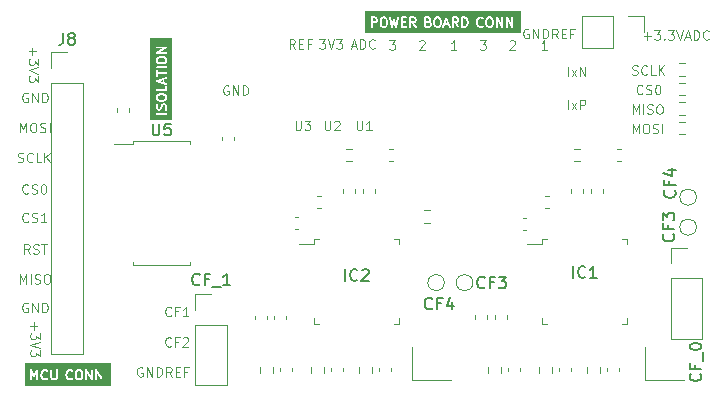
<source format=gto>
G04 #@! TF.GenerationSoftware,KiCad,Pcbnew,7.0.0-da2b9df05c~163~ubuntu22.04.1*
G04 #@! TF.CreationDate,2023-02-25T14:43:30+01:00*
G04 #@! TF.ProjectId,metering_board,6d657465-7269-46e6-975f-626f6172642e,rev?*
G04 #@! TF.SameCoordinates,Original*
G04 #@! TF.FileFunction,Legend,Top*
G04 #@! TF.FilePolarity,Positive*
%FSLAX46Y46*%
G04 Gerber Fmt 4.6, Leading zero omitted, Abs format (unit mm)*
G04 Created by KiCad (PCBNEW 7.0.0-da2b9df05c~163~ubuntu22.04.1) date 2023-02-25 14:43:30*
%MOMM*%
%LPD*%
G01*
G04 APERTURE LIST*
%ADD10C,0.100000*%
%ADD11C,0.160000*%
%ADD12C,0.150000*%
%ADD13C,0.120000*%
G04 APERTURE END LIST*
D10*
X146799276Y-93037504D02*
X146799276Y-93685123D01*
X146799276Y-93685123D02*
X146837371Y-93761314D01*
X146837371Y-93761314D02*
X146875466Y-93799409D01*
X146875466Y-93799409D02*
X146951657Y-93837504D01*
X146951657Y-93837504D02*
X147104038Y-93837504D01*
X147104038Y-93837504D02*
X147180228Y-93799409D01*
X147180228Y-93799409D02*
X147218323Y-93761314D01*
X147218323Y-93761314D02*
X147256419Y-93685123D01*
X147256419Y-93685123D02*
X147256419Y-93037504D01*
X147599275Y-93113695D02*
X147637371Y-93075600D01*
X147637371Y-93075600D02*
X147713561Y-93037504D01*
X147713561Y-93037504D02*
X147904037Y-93037504D01*
X147904037Y-93037504D02*
X147980228Y-93075600D01*
X147980228Y-93075600D02*
X148018323Y-93113695D01*
X148018323Y-93113695D02*
X148056418Y-93189885D01*
X148056418Y-93189885D02*
X148056418Y-93266076D01*
X148056418Y-93266076D02*
X148018323Y-93380361D01*
X148018323Y-93380361D02*
X147561180Y-93837504D01*
X147561180Y-93837504D02*
X148056418Y-93837504D01*
X165607923Y-87030304D02*
X165150780Y-87030304D01*
X165379352Y-87030304D02*
X165379352Y-86230304D01*
X165379352Y-86230304D02*
X165303161Y-86344590D01*
X165303161Y-86344590D02*
X165226971Y-86420780D01*
X165226971Y-86420780D02*
X165150780Y-86458876D01*
X144310076Y-93037504D02*
X144310076Y-93685123D01*
X144310076Y-93685123D02*
X144348171Y-93761314D01*
X144348171Y-93761314D02*
X144386266Y-93799409D01*
X144386266Y-93799409D02*
X144462457Y-93837504D01*
X144462457Y-93837504D02*
X144614838Y-93837504D01*
X144614838Y-93837504D02*
X144691028Y-93799409D01*
X144691028Y-93799409D02*
X144729123Y-93761314D01*
X144729123Y-93761314D02*
X144767219Y-93685123D01*
X144767219Y-93685123D02*
X144767219Y-93037504D01*
X145071980Y-93037504D02*
X145567218Y-93037504D01*
X145567218Y-93037504D02*
X145300552Y-93342266D01*
X145300552Y-93342266D02*
X145414837Y-93342266D01*
X145414837Y-93342266D02*
X145491028Y-93380361D01*
X145491028Y-93380361D02*
X145529123Y-93418457D01*
X145529123Y-93418457D02*
X145567218Y-93494647D01*
X145567218Y-93494647D02*
X145567218Y-93685123D01*
X145567218Y-93685123D02*
X145529123Y-93761314D01*
X145529123Y-93761314D02*
X145491028Y-93799409D01*
X145491028Y-93799409D02*
X145414837Y-93837504D01*
X145414837Y-93837504D02*
X145186266Y-93837504D01*
X145186266Y-93837504D02*
X145110075Y-93799409D01*
X145110075Y-93799409D02*
X145071980Y-93761314D01*
X154787580Y-86306495D02*
X154825676Y-86268400D01*
X154825676Y-86268400D02*
X154901866Y-86230304D01*
X154901866Y-86230304D02*
X155092342Y-86230304D01*
X155092342Y-86230304D02*
X155168533Y-86268400D01*
X155168533Y-86268400D02*
X155206628Y-86306495D01*
X155206628Y-86306495D02*
X155244723Y-86382685D01*
X155244723Y-86382685D02*
X155244723Y-86458876D01*
X155244723Y-86458876D02*
X155206628Y-86573161D01*
X155206628Y-86573161D02*
X154749485Y-87030304D01*
X154749485Y-87030304D02*
X155244723Y-87030304D01*
X167373276Y-89265504D02*
X167373276Y-88465504D01*
X167678037Y-89265504D02*
X168097085Y-88732171D01*
X167678037Y-88732171D02*
X168097085Y-89265504D01*
X168401847Y-89265504D02*
X168401847Y-88465504D01*
X168401847Y-88465504D02*
X168858990Y-89265504D01*
X168858990Y-89265504D02*
X168858990Y-88465504D01*
X162458380Y-86306495D02*
X162496476Y-86268400D01*
X162496476Y-86268400D02*
X162572666Y-86230304D01*
X162572666Y-86230304D02*
X162763142Y-86230304D01*
X162763142Y-86230304D02*
X162839333Y-86268400D01*
X162839333Y-86268400D02*
X162877428Y-86306495D01*
X162877428Y-86306495D02*
X162915523Y-86382685D01*
X162915523Y-86382685D02*
X162915523Y-86458876D01*
X162915523Y-86458876D02*
X162877428Y-86573161D01*
X162877428Y-86573161D02*
X162420285Y-87030304D01*
X162420285Y-87030304D02*
X162915523Y-87030304D01*
X144259219Y-86928704D02*
X143992552Y-86547752D01*
X143802076Y-86928704D02*
X143802076Y-86128704D01*
X143802076Y-86128704D02*
X144106838Y-86128704D01*
X144106838Y-86128704D02*
X144183028Y-86166800D01*
X144183028Y-86166800D02*
X144221123Y-86204895D01*
X144221123Y-86204895D02*
X144259219Y-86281085D01*
X144259219Y-86281085D02*
X144259219Y-86395371D01*
X144259219Y-86395371D02*
X144221123Y-86471561D01*
X144221123Y-86471561D02*
X144183028Y-86509657D01*
X144183028Y-86509657D02*
X144106838Y-86547752D01*
X144106838Y-86547752D02*
X143802076Y-86547752D01*
X144602076Y-86509657D02*
X144868742Y-86509657D01*
X144983028Y-86928704D02*
X144602076Y-86928704D01*
X144602076Y-86928704D02*
X144602076Y-86128704D01*
X144602076Y-86128704D02*
X144983028Y-86128704D01*
X145592552Y-86509657D02*
X145325886Y-86509657D01*
X145325886Y-86928704D02*
X145325886Y-86128704D01*
X145325886Y-86128704D02*
X145706838Y-86128704D01*
X133782000Y-112074714D02*
X133743904Y-112112809D01*
X133743904Y-112112809D02*
X133629619Y-112150904D01*
X133629619Y-112150904D02*
X133553428Y-112150904D01*
X133553428Y-112150904D02*
X133439142Y-112112809D01*
X133439142Y-112112809D02*
X133362952Y-112036619D01*
X133362952Y-112036619D02*
X133324857Y-111960428D01*
X133324857Y-111960428D02*
X133286761Y-111808047D01*
X133286761Y-111808047D02*
X133286761Y-111693761D01*
X133286761Y-111693761D02*
X133324857Y-111541380D01*
X133324857Y-111541380D02*
X133362952Y-111465190D01*
X133362952Y-111465190D02*
X133439142Y-111389000D01*
X133439142Y-111389000D02*
X133553428Y-111350904D01*
X133553428Y-111350904D02*
X133629619Y-111350904D01*
X133629619Y-111350904D02*
X133743904Y-111389000D01*
X133743904Y-111389000D02*
X133782000Y-111427095D01*
X134391523Y-111731857D02*
X134124857Y-111731857D01*
X134124857Y-112150904D02*
X134124857Y-111350904D01*
X134124857Y-111350904D02*
X134505809Y-111350904D01*
X134772475Y-111427095D02*
X134810571Y-111389000D01*
X134810571Y-111389000D02*
X134886761Y-111350904D01*
X134886761Y-111350904D02*
X135077237Y-111350904D01*
X135077237Y-111350904D02*
X135153428Y-111389000D01*
X135153428Y-111389000D02*
X135191523Y-111427095D01*
X135191523Y-111427095D02*
X135229618Y-111503285D01*
X135229618Y-111503285D02*
X135229618Y-111579476D01*
X135229618Y-111579476D02*
X135191523Y-111693761D01*
X135191523Y-111693761D02*
X134734380Y-112150904D01*
X134734380Y-112150904D02*
X135229618Y-112150904D01*
X172843476Y-92448904D02*
X172843476Y-91648904D01*
X172843476Y-91648904D02*
X173110142Y-92220333D01*
X173110142Y-92220333D02*
X173376809Y-91648904D01*
X173376809Y-91648904D02*
X173376809Y-92448904D01*
X173757762Y-92448904D02*
X173757762Y-91648904D01*
X174100618Y-92410809D02*
X174214904Y-92448904D01*
X174214904Y-92448904D02*
X174405380Y-92448904D01*
X174405380Y-92448904D02*
X174481571Y-92410809D01*
X174481571Y-92410809D02*
X174519666Y-92372714D01*
X174519666Y-92372714D02*
X174557761Y-92296523D01*
X174557761Y-92296523D02*
X174557761Y-92220333D01*
X174557761Y-92220333D02*
X174519666Y-92144142D01*
X174519666Y-92144142D02*
X174481571Y-92106047D01*
X174481571Y-92106047D02*
X174405380Y-92067952D01*
X174405380Y-92067952D02*
X174252999Y-92029857D01*
X174252999Y-92029857D02*
X174176809Y-91991761D01*
X174176809Y-91991761D02*
X174138714Y-91953666D01*
X174138714Y-91953666D02*
X174100618Y-91877476D01*
X174100618Y-91877476D02*
X174100618Y-91801285D01*
X174100618Y-91801285D02*
X174138714Y-91725095D01*
X174138714Y-91725095D02*
X174176809Y-91687000D01*
X174176809Y-91687000D02*
X174252999Y-91648904D01*
X174252999Y-91648904D02*
X174443476Y-91648904D01*
X174443476Y-91648904D02*
X174557761Y-91687000D01*
X175053000Y-91648904D02*
X175205381Y-91648904D01*
X175205381Y-91648904D02*
X175281571Y-91687000D01*
X175281571Y-91687000D02*
X175357762Y-91763190D01*
X175357762Y-91763190D02*
X175395857Y-91915571D01*
X175395857Y-91915571D02*
X175395857Y-92182238D01*
X175395857Y-92182238D02*
X175357762Y-92334619D01*
X175357762Y-92334619D02*
X175281571Y-92410809D01*
X175281571Y-92410809D02*
X175205381Y-92448904D01*
X175205381Y-92448904D02*
X175053000Y-92448904D01*
X175053000Y-92448904D02*
X174976809Y-92410809D01*
X174976809Y-92410809D02*
X174900619Y-92334619D01*
X174900619Y-92334619D02*
X174862523Y-92182238D01*
X174862523Y-92182238D02*
X174862523Y-91915571D01*
X174862523Y-91915571D02*
X174900619Y-91763190D01*
X174900619Y-91763190D02*
X174976809Y-91687000D01*
X174976809Y-91687000D02*
X175053000Y-91648904D01*
X122144857Y-110102476D02*
X122144857Y-110712000D01*
X121840095Y-110407238D02*
X122449619Y-110407238D01*
X122640095Y-111016761D02*
X122640095Y-111511999D01*
X122640095Y-111511999D02*
X122335333Y-111245333D01*
X122335333Y-111245333D02*
X122335333Y-111359618D01*
X122335333Y-111359618D02*
X122297238Y-111435809D01*
X122297238Y-111435809D02*
X122259142Y-111473904D01*
X122259142Y-111473904D02*
X122182952Y-111511999D01*
X122182952Y-111511999D02*
X121992476Y-111511999D01*
X121992476Y-111511999D02*
X121916285Y-111473904D01*
X121916285Y-111473904D02*
X121878190Y-111435809D01*
X121878190Y-111435809D02*
X121840095Y-111359618D01*
X121840095Y-111359618D02*
X121840095Y-111131047D01*
X121840095Y-111131047D02*
X121878190Y-111054856D01*
X121878190Y-111054856D02*
X121916285Y-111016761D01*
X122640095Y-111740571D02*
X121840095Y-112007238D01*
X121840095Y-112007238D02*
X122640095Y-112273904D01*
X122640095Y-112464380D02*
X122640095Y-112959618D01*
X122640095Y-112959618D02*
X122335333Y-112692952D01*
X122335333Y-112692952D02*
X122335333Y-112807237D01*
X122335333Y-112807237D02*
X122297238Y-112883428D01*
X122297238Y-112883428D02*
X122259142Y-112921523D01*
X122259142Y-112921523D02*
X122182952Y-112959618D01*
X122182952Y-112959618D02*
X121992476Y-112959618D01*
X121992476Y-112959618D02*
X121916285Y-112921523D01*
X121916285Y-112921523D02*
X121878190Y-112883428D01*
X121878190Y-112883428D02*
X121840095Y-112807237D01*
X121840095Y-112807237D02*
X121840095Y-112578666D01*
X121840095Y-112578666D02*
X121878190Y-112502475D01*
X121878190Y-112502475D02*
X121916285Y-112464380D01*
X120967476Y-106816904D02*
X120967476Y-106016904D01*
X120967476Y-106016904D02*
X121234142Y-106588333D01*
X121234142Y-106588333D02*
X121500809Y-106016904D01*
X121500809Y-106016904D02*
X121500809Y-106816904D01*
X121881762Y-106816904D02*
X121881762Y-106016904D01*
X122224618Y-106778809D02*
X122338904Y-106816904D01*
X122338904Y-106816904D02*
X122529380Y-106816904D01*
X122529380Y-106816904D02*
X122605571Y-106778809D01*
X122605571Y-106778809D02*
X122643666Y-106740714D01*
X122643666Y-106740714D02*
X122681761Y-106664523D01*
X122681761Y-106664523D02*
X122681761Y-106588333D01*
X122681761Y-106588333D02*
X122643666Y-106512142D01*
X122643666Y-106512142D02*
X122605571Y-106474047D01*
X122605571Y-106474047D02*
X122529380Y-106435952D01*
X122529380Y-106435952D02*
X122376999Y-106397857D01*
X122376999Y-106397857D02*
X122300809Y-106359761D01*
X122300809Y-106359761D02*
X122262714Y-106321666D01*
X122262714Y-106321666D02*
X122224618Y-106245476D01*
X122224618Y-106245476D02*
X122224618Y-106169285D01*
X122224618Y-106169285D02*
X122262714Y-106093095D01*
X122262714Y-106093095D02*
X122300809Y-106055000D01*
X122300809Y-106055000D02*
X122376999Y-106016904D01*
X122376999Y-106016904D02*
X122567476Y-106016904D01*
X122567476Y-106016904D02*
X122681761Y-106055000D01*
X123177000Y-106016904D02*
X123329381Y-106016904D01*
X123329381Y-106016904D02*
X123405571Y-106055000D01*
X123405571Y-106055000D02*
X123481762Y-106131190D01*
X123481762Y-106131190D02*
X123519857Y-106283571D01*
X123519857Y-106283571D02*
X123519857Y-106550238D01*
X123519857Y-106550238D02*
X123481762Y-106702619D01*
X123481762Y-106702619D02*
X123405571Y-106778809D01*
X123405571Y-106778809D02*
X123329381Y-106816904D01*
X123329381Y-106816904D02*
X123177000Y-106816904D01*
X123177000Y-106816904D02*
X123100809Y-106778809D01*
X123100809Y-106778809D02*
X123024619Y-106702619D01*
X123024619Y-106702619D02*
X122986523Y-106550238D01*
X122986523Y-106550238D02*
X122986523Y-106283571D01*
X122986523Y-106283571D02*
X123024619Y-106131190D01*
X123024619Y-106131190D02*
X123100809Y-106055000D01*
X123100809Y-106055000D02*
X123177000Y-106016904D01*
X157937123Y-87030304D02*
X157479980Y-87030304D01*
X157708552Y-87030304D02*
X157708552Y-86230304D01*
X157708552Y-86230304D02*
X157632361Y-86344590D01*
X157632361Y-86344590D02*
X157556171Y-86420780D01*
X157556171Y-86420780D02*
X157479980Y-86458876D01*
X121678619Y-101533714D02*
X121640523Y-101571809D01*
X121640523Y-101571809D02*
X121526238Y-101609904D01*
X121526238Y-101609904D02*
X121450047Y-101609904D01*
X121450047Y-101609904D02*
X121335761Y-101571809D01*
X121335761Y-101571809D02*
X121259571Y-101495619D01*
X121259571Y-101495619D02*
X121221476Y-101419428D01*
X121221476Y-101419428D02*
X121183380Y-101267047D01*
X121183380Y-101267047D02*
X121183380Y-101152761D01*
X121183380Y-101152761D02*
X121221476Y-101000380D01*
X121221476Y-101000380D02*
X121259571Y-100924190D01*
X121259571Y-100924190D02*
X121335761Y-100848000D01*
X121335761Y-100848000D02*
X121450047Y-100809904D01*
X121450047Y-100809904D02*
X121526238Y-100809904D01*
X121526238Y-100809904D02*
X121640523Y-100848000D01*
X121640523Y-100848000D02*
X121678619Y-100886095D01*
X121983380Y-101571809D02*
X122097666Y-101609904D01*
X122097666Y-101609904D02*
X122288142Y-101609904D01*
X122288142Y-101609904D02*
X122364333Y-101571809D01*
X122364333Y-101571809D02*
X122402428Y-101533714D01*
X122402428Y-101533714D02*
X122440523Y-101457523D01*
X122440523Y-101457523D02*
X122440523Y-101381333D01*
X122440523Y-101381333D02*
X122402428Y-101305142D01*
X122402428Y-101305142D02*
X122364333Y-101267047D01*
X122364333Y-101267047D02*
X122288142Y-101228952D01*
X122288142Y-101228952D02*
X122135761Y-101190857D01*
X122135761Y-101190857D02*
X122059571Y-101152761D01*
X122059571Y-101152761D02*
X122021476Y-101114666D01*
X122021476Y-101114666D02*
X121983380Y-101038476D01*
X121983380Y-101038476D02*
X121983380Y-100962285D01*
X121983380Y-100962285D02*
X122021476Y-100886095D01*
X122021476Y-100886095D02*
X122059571Y-100848000D01*
X122059571Y-100848000D02*
X122135761Y-100809904D01*
X122135761Y-100809904D02*
X122326238Y-100809904D01*
X122326238Y-100809904D02*
X122440523Y-100848000D01*
X123202428Y-101609904D02*
X122745285Y-101609904D01*
X122973857Y-101609904D02*
X122973857Y-100809904D01*
X122973857Y-100809904D02*
X122897666Y-100924190D01*
X122897666Y-100924190D02*
X122821476Y-101000380D01*
X122821476Y-101000380D02*
X122745285Y-101038476D01*
X121640523Y-108468000D02*
X121564333Y-108429904D01*
X121564333Y-108429904D02*
X121450047Y-108429904D01*
X121450047Y-108429904D02*
X121335761Y-108468000D01*
X121335761Y-108468000D02*
X121259571Y-108544190D01*
X121259571Y-108544190D02*
X121221476Y-108620380D01*
X121221476Y-108620380D02*
X121183380Y-108772761D01*
X121183380Y-108772761D02*
X121183380Y-108887047D01*
X121183380Y-108887047D02*
X121221476Y-109039428D01*
X121221476Y-109039428D02*
X121259571Y-109115619D01*
X121259571Y-109115619D02*
X121335761Y-109191809D01*
X121335761Y-109191809D02*
X121450047Y-109229904D01*
X121450047Y-109229904D02*
X121526238Y-109229904D01*
X121526238Y-109229904D02*
X121640523Y-109191809D01*
X121640523Y-109191809D02*
X121678619Y-109153714D01*
X121678619Y-109153714D02*
X121678619Y-108887047D01*
X121678619Y-108887047D02*
X121526238Y-108887047D01*
X122021476Y-109229904D02*
X122021476Y-108429904D01*
X122021476Y-108429904D02*
X122478619Y-109229904D01*
X122478619Y-109229904D02*
X122478619Y-108429904D01*
X122859571Y-109229904D02*
X122859571Y-108429904D01*
X122859571Y-108429904D02*
X123050047Y-108429904D01*
X123050047Y-108429904D02*
X123164333Y-108468000D01*
X123164333Y-108468000D02*
X123240523Y-108544190D01*
X123240523Y-108544190D02*
X123278618Y-108620380D01*
X123278618Y-108620380D02*
X123316714Y-108772761D01*
X123316714Y-108772761D02*
X123316714Y-108887047D01*
X123316714Y-108887047D02*
X123278618Y-109039428D01*
X123278618Y-109039428D02*
X123240523Y-109115619D01*
X123240523Y-109115619D02*
X123164333Y-109191809D01*
X123164333Y-109191809D02*
X123050047Y-109229904D01*
X123050047Y-109229904D02*
X122859571Y-109229904D01*
X138633123Y-90078400D02*
X138556933Y-90040304D01*
X138556933Y-90040304D02*
X138442647Y-90040304D01*
X138442647Y-90040304D02*
X138328361Y-90078400D01*
X138328361Y-90078400D02*
X138252171Y-90154590D01*
X138252171Y-90154590D02*
X138214076Y-90230780D01*
X138214076Y-90230780D02*
X138175980Y-90383161D01*
X138175980Y-90383161D02*
X138175980Y-90497447D01*
X138175980Y-90497447D02*
X138214076Y-90649828D01*
X138214076Y-90649828D02*
X138252171Y-90726019D01*
X138252171Y-90726019D02*
X138328361Y-90802209D01*
X138328361Y-90802209D02*
X138442647Y-90840304D01*
X138442647Y-90840304D02*
X138518838Y-90840304D01*
X138518838Y-90840304D02*
X138633123Y-90802209D01*
X138633123Y-90802209D02*
X138671219Y-90764114D01*
X138671219Y-90764114D02*
X138671219Y-90497447D01*
X138671219Y-90497447D02*
X138518838Y-90497447D01*
X139014076Y-90840304D02*
X139014076Y-90040304D01*
X139014076Y-90040304D02*
X139471219Y-90840304D01*
X139471219Y-90840304D02*
X139471219Y-90040304D01*
X139852171Y-90840304D02*
X139852171Y-90040304D01*
X139852171Y-90040304D02*
X140042647Y-90040304D01*
X140042647Y-90040304D02*
X140156933Y-90078400D01*
X140156933Y-90078400D02*
X140233123Y-90154590D01*
X140233123Y-90154590D02*
X140271218Y-90230780D01*
X140271218Y-90230780D02*
X140309314Y-90383161D01*
X140309314Y-90383161D02*
X140309314Y-90497447D01*
X140309314Y-90497447D02*
X140271218Y-90649828D01*
X140271218Y-90649828D02*
X140233123Y-90726019D01*
X140233123Y-90726019D02*
X140156933Y-90802209D01*
X140156933Y-90802209D02*
X140042647Y-90840304D01*
X140042647Y-90840304D02*
X139852171Y-90840304D01*
X152260285Y-86230304D02*
X152755523Y-86230304D01*
X152755523Y-86230304D02*
X152488857Y-86535066D01*
X152488857Y-86535066D02*
X152603142Y-86535066D01*
X152603142Y-86535066D02*
X152679333Y-86573161D01*
X152679333Y-86573161D02*
X152717428Y-86611257D01*
X152717428Y-86611257D02*
X152755523Y-86687447D01*
X152755523Y-86687447D02*
X152755523Y-86877923D01*
X152755523Y-86877923D02*
X152717428Y-86954114D01*
X152717428Y-86954114D02*
X152679333Y-86992209D01*
X152679333Y-86992209D02*
X152603142Y-87030304D01*
X152603142Y-87030304D02*
X152374571Y-87030304D01*
X152374571Y-87030304D02*
X152298380Y-86992209D01*
X152298380Y-86992209D02*
X152260285Y-86954114D01*
X149047180Y-86700133D02*
X149428133Y-86700133D01*
X148970990Y-86928704D02*
X149237657Y-86128704D01*
X149237657Y-86128704D02*
X149504323Y-86928704D01*
X149770990Y-86928704D02*
X149770990Y-86128704D01*
X149770990Y-86128704D02*
X149961466Y-86128704D01*
X149961466Y-86128704D02*
X150075752Y-86166800D01*
X150075752Y-86166800D02*
X150151942Y-86242990D01*
X150151942Y-86242990D02*
X150190037Y-86319180D01*
X150190037Y-86319180D02*
X150228133Y-86471561D01*
X150228133Y-86471561D02*
X150228133Y-86585847D01*
X150228133Y-86585847D02*
X150190037Y-86738228D01*
X150190037Y-86738228D02*
X150151942Y-86814419D01*
X150151942Y-86814419D02*
X150075752Y-86890609D01*
X150075752Y-86890609D02*
X149961466Y-86928704D01*
X149961466Y-86928704D02*
X149770990Y-86928704D01*
X151028133Y-86852514D02*
X150990037Y-86890609D01*
X150990037Y-86890609D02*
X150875752Y-86928704D01*
X150875752Y-86928704D02*
X150799561Y-86928704D01*
X150799561Y-86928704D02*
X150685275Y-86890609D01*
X150685275Y-86890609D02*
X150609085Y-86814419D01*
X150609085Y-86814419D02*
X150570990Y-86738228D01*
X150570990Y-86738228D02*
X150532894Y-86585847D01*
X150532894Y-86585847D02*
X150532894Y-86471561D01*
X150532894Y-86471561D02*
X150570990Y-86319180D01*
X150570990Y-86319180D02*
X150609085Y-86242990D01*
X150609085Y-86242990D02*
X150685275Y-86166800D01*
X150685275Y-86166800D02*
X150799561Y-86128704D01*
X150799561Y-86128704D02*
X150875752Y-86128704D01*
X150875752Y-86128704D02*
X150990037Y-86166800D01*
X150990037Y-86166800D02*
X151028133Y-86204895D01*
X133782000Y-109509314D02*
X133743904Y-109547409D01*
X133743904Y-109547409D02*
X133629619Y-109585504D01*
X133629619Y-109585504D02*
X133553428Y-109585504D01*
X133553428Y-109585504D02*
X133439142Y-109547409D01*
X133439142Y-109547409D02*
X133362952Y-109471219D01*
X133362952Y-109471219D02*
X133324857Y-109395028D01*
X133324857Y-109395028D02*
X133286761Y-109242647D01*
X133286761Y-109242647D02*
X133286761Y-109128361D01*
X133286761Y-109128361D02*
X133324857Y-108975980D01*
X133324857Y-108975980D02*
X133362952Y-108899790D01*
X133362952Y-108899790D02*
X133439142Y-108823600D01*
X133439142Y-108823600D02*
X133553428Y-108785504D01*
X133553428Y-108785504D02*
X133629619Y-108785504D01*
X133629619Y-108785504D02*
X133743904Y-108823600D01*
X133743904Y-108823600D02*
X133782000Y-108861695D01*
X134391523Y-109166457D02*
X134124857Y-109166457D01*
X134124857Y-109585504D02*
X134124857Y-108785504D01*
X134124857Y-108785504D02*
X134505809Y-108785504D01*
X135229618Y-109585504D02*
X134772475Y-109585504D01*
X135001047Y-109585504D02*
X135001047Y-108785504D01*
X135001047Y-108785504D02*
X134924856Y-108899790D01*
X134924856Y-108899790D02*
X134848666Y-108975980D01*
X134848666Y-108975980D02*
X134772475Y-109014076D01*
X120967476Y-93989904D02*
X120967476Y-93189904D01*
X120967476Y-93189904D02*
X121234142Y-93761333D01*
X121234142Y-93761333D02*
X121500809Y-93189904D01*
X121500809Y-93189904D02*
X121500809Y-93989904D01*
X122034143Y-93189904D02*
X122186524Y-93189904D01*
X122186524Y-93189904D02*
X122262714Y-93228000D01*
X122262714Y-93228000D02*
X122338905Y-93304190D01*
X122338905Y-93304190D02*
X122377000Y-93456571D01*
X122377000Y-93456571D02*
X122377000Y-93723238D01*
X122377000Y-93723238D02*
X122338905Y-93875619D01*
X122338905Y-93875619D02*
X122262714Y-93951809D01*
X122262714Y-93951809D02*
X122186524Y-93989904D01*
X122186524Y-93989904D02*
X122034143Y-93989904D01*
X122034143Y-93989904D02*
X121957952Y-93951809D01*
X121957952Y-93951809D02*
X121881762Y-93875619D01*
X121881762Y-93875619D02*
X121843666Y-93723238D01*
X121843666Y-93723238D02*
X121843666Y-93456571D01*
X121843666Y-93456571D02*
X121881762Y-93304190D01*
X121881762Y-93304190D02*
X121957952Y-93228000D01*
X121957952Y-93228000D02*
X122034143Y-93189904D01*
X122681761Y-93951809D02*
X122796047Y-93989904D01*
X122796047Y-93989904D02*
X122986523Y-93989904D01*
X122986523Y-93989904D02*
X123062714Y-93951809D01*
X123062714Y-93951809D02*
X123100809Y-93913714D01*
X123100809Y-93913714D02*
X123138904Y-93837523D01*
X123138904Y-93837523D02*
X123138904Y-93761333D01*
X123138904Y-93761333D02*
X123100809Y-93685142D01*
X123100809Y-93685142D02*
X123062714Y-93647047D01*
X123062714Y-93647047D02*
X122986523Y-93608952D01*
X122986523Y-93608952D02*
X122834142Y-93570857D01*
X122834142Y-93570857D02*
X122757952Y-93532761D01*
X122757952Y-93532761D02*
X122719857Y-93494666D01*
X122719857Y-93494666D02*
X122681761Y-93418476D01*
X122681761Y-93418476D02*
X122681761Y-93342285D01*
X122681761Y-93342285D02*
X122719857Y-93266095D01*
X122719857Y-93266095D02*
X122757952Y-93228000D01*
X122757952Y-93228000D02*
X122834142Y-93189904D01*
X122834142Y-93189904D02*
X123024619Y-93189904D01*
X123024619Y-93189904D02*
X123138904Y-93228000D01*
X123481762Y-93989904D02*
X123481762Y-93189904D01*
X131343904Y-113929000D02*
X131267714Y-113890904D01*
X131267714Y-113890904D02*
X131153428Y-113890904D01*
X131153428Y-113890904D02*
X131039142Y-113929000D01*
X131039142Y-113929000D02*
X130962952Y-114005190D01*
X130962952Y-114005190D02*
X130924857Y-114081380D01*
X130924857Y-114081380D02*
X130886761Y-114233761D01*
X130886761Y-114233761D02*
X130886761Y-114348047D01*
X130886761Y-114348047D02*
X130924857Y-114500428D01*
X130924857Y-114500428D02*
X130962952Y-114576619D01*
X130962952Y-114576619D02*
X131039142Y-114652809D01*
X131039142Y-114652809D02*
X131153428Y-114690904D01*
X131153428Y-114690904D02*
X131229619Y-114690904D01*
X131229619Y-114690904D02*
X131343904Y-114652809D01*
X131343904Y-114652809D02*
X131382000Y-114614714D01*
X131382000Y-114614714D02*
X131382000Y-114348047D01*
X131382000Y-114348047D02*
X131229619Y-114348047D01*
X131724857Y-114690904D02*
X131724857Y-113890904D01*
X131724857Y-113890904D02*
X132182000Y-114690904D01*
X132182000Y-114690904D02*
X132182000Y-113890904D01*
X132562952Y-114690904D02*
X132562952Y-113890904D01*
X132562952Y-113890904D02*
X132753428Y-113890904D01*
X132753428Y-113890904D02*
X132867714Y-113929000D01*
X132867714Y-113929000D02*
X132943904Y-114005190D01*
X132943904Y-114005190D02*
X132981999Y-114081380D01*
X132981999Y-114081380D02*
X133020095Y-114233761D01*
X133020095Y-114233761D02*
X133020095Y-114348047D01*
X133020095Y-114348047D02*
X132981999Y-114500428D01*
X132981999Y-114500428D02*
X132943904Y-114576619D01*
X132943904Y-114576619D02*
X132867714Y-114652809D01*
X132867714Y-114652809D02*
X132753428Y-114690904D01*
X132753428Y-114690904D02*
X132562952Y-114690904D01*
X133820095Y-114690904D02*
X133553428Y-114309952D01*
X133362952Y-114690904D02*
X133362952Y-113890904D01*
X133362952Y-113890904D02*
X133667714Y-113890904D01*
X133667714Y-113890904D02*
X133743904Y-113929000D01*
X133743904Y-113929000D02*
X133781999Y-113967095D01*
X133781999Y-113967095D02*
X133820095Y-114043285D01*
X133820095Y-114043285D02*
X133820095Y-114157571D01*
X133820095Y-114157571D02*
X133781999Y-114233761D01*
X133781999Y-114233761D02*
X133743904Y-114271857D01*
X133743904Y-114271857D02*
X133667714Y-114309952D01*
X133667714Y-114309952D02*
X133362952Y-114309952D01*
X134162952Y-114271857D02*
X134429618Y-114271857D01*
X134543904Y-114690904D02*
X134162952Y-114690904D01*
X134162952Y-114690904D02*
X134162952Y-113890904D01*
X134162952Y-113890904D02*
X134543904Y-113890904D01*
X135153428Y-114271857D02*
X134886762Y-114271857D01*
X134886762Y-114690904D02*
X134886762Y-113890904D01*
X134886762Y-113890904D02*
X135267714Y-113890904D01*
X121640523Y-90688000D02*
X121564333Y-90649904D01*
X121564333Y-90649904D02*
X121450047Y-90649904D01*
X121450047Y-90649904D02*
X121335761Y-90688000D01*
X121335761Y-90688000D02*
X121259571Y-90764190D01*
X121259571Y-90764190D02*
X121221476Y-90840380D01*
X121221476Y-90840380D02*
X121183380Y-90992761D01*
X121183380Y-90992761D02*
X121183380Y-91107047D01*
X121183380Y-91107047D02*
X121221476Y-91259428D01*
X121221476Y-91259428D02*
X121259571Y-91335619D01*
X121259571Y-91335619D02*
X121335761Y-91411809D01*
X121335761Y-91411809D02*
X121450047Y-91449904D01*
X121450047Y-91449904D02*
X121526238Y-91449904D01*
X121526238Y-91449904D02*
X121640523Y-91411809D01*
X121640523Y-91411809D02*
X121678619Y-91373714D01*
X121678619Y-91373714D02*
X121678619Y-91107047D01*
X121678619Y-91107047D02*
X121526238Y-91107047D01*
X122021476Y-91449904D02*
X122021476Y-90649904D01*
X122021476Y-90649904D02*
X122478619Y-91449904D01*
X122478619Y-91449904D02*
X122478619Y-90649904D01*
X122859571Y-91449904D02*
X122859571Y-90649904D01*
X122859571Y-90649904D02*
X123050047Y-90649904D01*
X123050047Y-90649904D02*
X123164333Y-90688000D01*
X123164333Y-90688000D02*
X123240523Y-90764190D01*
X123240523Y-90764190D02*
X123278618Y-90840380D01*
X123278618Y-90840380D02*
X123316714Y-90992761D01*
X123316714Y-90992761D02*
X123316714Y-91107047D01*
X123316714Y-91107047D02*
X123278618Y-91259428D01*
X123278618Y-91259428D02*
X123240523Y-91335619D01*
X123240523Y-91335619D02*
X123164333Y-91411809D01*
X123164333Y-91411809D02*
X123050047Y-91449904D01*
X123050047Y-91449904D02*
X122859571Y-91449904D01*
X167373276Y-92059504D02*
X167373276Y-91259504D01*
X167678037Y-92059504D02*
X168097085Y-91526171D01*
X167678037Y-91526171D02*
X168097085Y-92059504D01*
X168401847Y-92059504D02*
X168401847Y-91259504D01*
X168401847Y-91259504D02*
X168706609Y-91259504D01*
X168706609Y-91259504D02*
X168782799Y-91297600D01*
X168782799Y-91297600D02*
X168820894Y-91335695D01*
X168820894Y-91335695D02*
X168858990Y-91411885D01*
X168858990Y-91411885D02*
X168858990Y-91526171D01*
X168858990Y-91526171D02*
X168820894Y-91602361D01*
X168820894Y-91602361D02*
X168782799Y-91640457D01*
X168782799Y-91640457D02*
X168706609Y-91678552D01*
X168706609Y-91678552D02*
X168401847Y-91678552D01*
X173774076Y-85861942D02*
X174383600Y-85861942D01*
X174078838Y-86166704D02*
X174078838Y-85557180D01*
X174688361Y-85366704D02*
X175183599Y-85366704D01*
X175183599Y-85366704D02*
X174916933Y-85671466D01*
X174916933Y-85671466D02*
X175031218Y-85671466D01*
X175031218Y-85671466D02*
X175107409Y-85709561D01*
X175107409Y-85709561D02*
X175145504Y-85747657D01*
X175145504Y-85747657D02*
X175183599Y-85823847D01*
X175183599Y-85823847D02*
X175183599Y-86014323D01*
X175183599Y-86014323D02*
X175145504Y-86090514D01*
X175145504Y-86090514D02*
X175107409Y-86128609D01*
X175107409Y-86128609D02*
X175031218Y-86166704D01*
X175031218Y-86166704D02*
X174802647Y-86166704D01*
X174802647Y-86166704D02*
X174726456Y-86128609D01*
X174726456Y-86128609D02*
X174688361Y-86090514D01*
X175526457Y-86090514D02*
X175564552Y-86128609D01*
X175564552Y-86128609D02*
X175526457Y-86166704D01*
X175526457Y-86166704D02*
X175488361Y-86128609D01*
X175488361Y-86128609D02*
X175526457Y-86090514D01*
X175526457Y-86090514D02*
X175526457Y-86166704D01*
X175831218Y-85366704D02*
X176326456Y-85366704D01*
X176326456Y-85366704D02*
X176059790Y-85671466D01*
X176059790Y-85671466D02*
X176174075Y-85671466D01*
X176174075Y-85671466D02*
X176250266Y-85709561D01*
X176250266Y-85709561D02*
X176288361Y-85747657D01*
X176288361Y-85747657D02*
X176326456Y-85823847D01*
X176326456Y-85823847D02*
X176326456Y-86014323D01*
X176326456Y-86014323D02*
X176288361Y-86090514D01*
X176288361Y-86090514D02*
X176250266Y-86128609D01*
X176250266Y-86128609D02*
X176174075Y-86166704D01*
X176174075Y-86166704D02*
X175945504Y-86166704D01*
X175945504Y-86166704D02*
X175869313Y-86128609D01*
X175869313Y-86128609D02*
X175831218Y-86090514D01*
X176555028Y-85366704D02*
X176821695Y-86166704D01*
X176821695Y-86166704D02*
X177088361Y-85366704D01*
X177316932Y-85938133D02*
X177697885Y-85938133D01*
X177240742Y-86166704D02*
X177507409Y-85366704D01*
X177507409Y-85366704D02*
X177774075Y-86166704D01*
X178040742Y-86166704D02*
X178040742Y-85366704D01*
X178040742Y-85366704D02*
X178231218Y-85366704D01*
X178231218Y-85366704D02*
X178345504Y-85404800D01*
X178345504Y-85404800D02*
X178421694Y-85480990D01*
X178421694Y-85480990D02*
X178459789Y-85557180D01*
X178459789Y-85557180D02*
X178497885Y-85709561D01*
X178497885Y-85709561D02*
X178497885Y-85823847D01*
X178497885Y-85823847D02*
X178459789Y-85976228D01*
X178459789Y-85976228D02*
X178421694Y-86052419D01*
X178421694Y-86052419D02*
X178345504Y-86128609D01*
X178345504Y-86128609D02*
X178231218Y-86166704D01*
X178231218Y-86166704D02*
X178040742Y-86166704D01*
X179297885Y-86090514D02*
X179259789Y-86128609D01*
X179259789Y-86128609D02*
X179145504Y-86166704D01*
X179145504Y-86166704D02*
X179069313Y-86166704D01*
X179069313Y-86166704D02*
X178955027Y-86128609D01*
X178955027Y-86128609D02*
X178878837Y-86052419D01*
X178878837Y-86052419D02*
X178840742Y-85976228D01*
X178840742Y-85976228D02*
X178802646Y-85823847D01*
X178802646Y-85823847D02*
X178802646Y-85709561D01*
X178802646Y-85709561D02*
X178840742Y-85557180D01*
X178840742Y-85557180D02*
X178878837Y-85480990D01*
X178878837Y-85480990D02*
X178955027Y-85404800D01*
X178955027Y-85404800D02*
X179069313Y-85366704D01*
X179069313Y-85366704D02*
X179145504Y-85366704D01*
X179145504Y-85366704D02*
X179259789Y-85404800D01*
X179259789Y-85404800D02*
X179297885Y-85442895D01*
X172843476Y-94099904D02*
X172843476Y-93299904D01*
X172843476Y-93299904D02*
X173110142Y-93871333D01*
X173110142Y-93871333D02*
X173376809Y-93299904D01*
X173376809Y-93299904D02*
X173376809Y-94099904D01*
X173910143Y-93299904D02*
X174062524Y-93299904D01*
X174062524Y-93299904D02*
X174138714Y-93338000D01*
X174138714Y-93338000D02*
X174214905Y-93414190D01*
X174214905Y-93414190D02*
X174253000Y-93566571D01*
X174253000Y-93566571D02*
X174253000Y-93833238D01*
X174253000Y-93833238D02*
X174214905Y-93985619D01*
X174214905Y-93985619D02*
X174138714Y-94061809D01*
X174138714Y-94061809D02*
X174062524Y-94099904D01*
X174062524Y-94099904D02*
X173910143Y-94099904D01*
X173910143Y-94099904D02*
X173833952Y-94061809D01*
X173833952Y-94061809D02*
X173757762Y-93985619D01*
X173757762Y-93985619D02*
X173719666Y-93833238D01*
X173719666Y-93833238D02*
X173719666Y-93566571D01*
X173719666Y-93566571D02*
X173757762Y-93414190D01*
X173757762Y-93414190D02*
X173833952Y-93338000D01*
X173833952Y-93338000D02*
X173910143Y-93299904D01*
X174557761Y-94061809D02*
X174672047Y-94099904D01*
X174672047Y-94099904D02*
X174862523Y-94099904D01*
X174862523Y-94099904D02*
X174938714Y-94061809D01*
X174938714Y-94061809D02*
X174976809Y-94023714D01*
X174976809Y-94023714D02*
X175014904Y-93947523D01*
X175014904Y-93947523D02*
X175014904Y-93871333D01*
X175014904Y-93871333D02*
X174976809Y-93795142D01*
X174976809Y-93795142D02*
X174938714Y-93757047D01*
X174938714Y-93757047D02*
X174862523Y-93718952D01*
X174862523Y-93718952D02*
X174710142Y-93680857D01*
X174710142Y-93680857D02*
X174633952Y-93642761D01*
X174633952Y-93642761D02*
X174595857Y-93604666D01*
X174595857Y-93604666D02*
X174557761Y-93528476D01*
X174557761Y-93528476D02*
X174557761Y-93452285D01*
X174557761Y-93452285D02*
X174595857Y-93376095D01*
X174595857Y-93376095D02*
X174633952Y-93338000D01*
X174633952Y-93338000D02*
X174710142Y-93299904D01*
X174710142Y-93299904D02*
X174900619Y-93299904D01*
X174900619Y-93299904D02*
X175014904Y-93338000D01*
X175357762Y-94099904D02*
X175357762Y-93299904D01*
X146316685Y-86128704D02*
X146811923Y-86128704D01*
X146811923Y-86128704D02*
X146545257Y-86433466D01*
X146545257Y-86433466D02*
X146659542Y-86433466D01*
X146659542Y-86433466D02*
X146735733Y-86471561D01*
X146735733Y-86471561D02*
X146773828Y-86509657D01*
X146773828Y-86509657D02*
X146811923Y-86585847D01*
X146811923Y-86585847D02*
X146811923Y-86776323D01*
X146811923Y-86776323D02*
X146773828Y-86852514D01*
X146773828Y-86852514D02*
X146735733Y-86890609D01*
X146735733Y-86890609D02*
X146659542Y-86928704D01*
X146659542Y-86928704D02*
X146430971Y-86928704D01*
X146430971Y-86928704D02*
X146354780Y-86890609D01*
X146354780Y-86890609D02*
X146316685Y-86852514D01*
X147040495Y-86128704D02*
X147307162Y-86928704D01*
X147307162Y-86928704D02*
X147573828Y-86128704D01*
X147764304Y-86128704D02*
X148259542Y-86128704D01*
X148259542Y-86128704D02*
X147992876Y-86433466D01*
X147992876Y-86433466D02*
X148107161Y-86433466D01*
X148107161Y-86433466D02*
X148183352Y-86471561D01*
X148183352Y-86471561D02*
X148221447Y-86509657D01*
X148221447Y-86509657D02*
X148259542Y-86585847D01*
X148259542Y-86585847D02*
X148259542Y-86776323D01*
X148259542Y-86776323D02*
X148221447Y-86852514D01*
X148221447Y-86852514D02*
X148183352Y-86890609D01*
X148183352Y-86890609D02*
X148107161Y-86928704D01*
X148107161Y-86928704D02*
X147878590Y-86928704D01*
X147878590Y-86928704D02*
X147802399Y-86890609D01*
X147802399Y-86890609D02*
X147764304Y-86852514D01*
X164033123Y-85303200D02*
X163956933Y-85265104D01*
X163956933Y-85265104D02*
X163842647Y-85265104D01*
X163842647Y-85265104D02*
X163728361Y-85303200D01*
X163728361Y-85303200D02*
X163652171Y-85379390D01*
X163652171Y-85379390D02*
X163614076Y-85455580D01*
X163614076Y-85455580D02*
X163575980Y-85607961D01*
X163575980Y-85607961D02*
X163575980Y-85722247D01*
X163575980Y-85722247D02*
X163614076Y-85874628D01*
X163614076Y-85874628D02*
X163652171Y-85950819D01*
X163652171Y-85950819D02*
X163728361Y-86027009D01*
X163728361Y-86027009D02*
X163842647Y-86065104D01*
X163842647Y-86065104D02*
X163918838Y-86065104D01*
X163918838Y-86065104D02*
X164033123Y-86027009D01*
X164033123Y-86027009D02*
X164071219Y-85988914D01*
X164071219Y-85988914D02*
X164071219Y-85722247D01*
X164071219Y-85722247D02*
X163918838Y-85722247D01*
X164414076Y-86065104D02*
X164414076Y-85265104D01*
X164414076Y-85265104D02*
X164871219Y-86065104D01*
X164871219Y-86065104D02*
X164871219Y-85265104D01*
X165252171Y-86065104D02*
X165252171Y-85265104D01*
X165252171Y-85265104D02*
X165442647Y-85265104D01*
X165442647Y-85265104D02*
X165556933Y-85303200D01*
X165556933Y-85303200D02*
X165633123Y-85379390D01*
X165633123Y-85379390D02*
X165671218Y-85455580D01*
X165671218Y-85455580D02*
X165709314Y-85607961D01*
X165709314Y-85607961D02*
X165709314Y-85722247D01*
X165709314Y-85722247D02*
X165671218Y-85874628D01*
X165671218Y-85874628D02*
X165633123Y-85950819D01*
X165633123Y-85950819D02*
X165556933Y-86027009D01*
X165556933Y-86027009D02*
X165442647Y-86065104D01*
X165442647Y-86065104D02*
X165252171Y-86065104D01*
X166509314Y-86065104D02*
X166242647Y-85684152D01*
X166052171Y-86065104D02*
X166052171Y-85265104D01*
X166052171Y-85265104D02*
X166356933Y-85265104D01*
X166356933Y-85265104D02*
X166433123Y-85303200D01*
X166433123Y-85303200D02*
X166471218Y-85341295D01*
X166471218Y-85341295D02*
X166509314Y-85417485D01*
X166509314Y-85417485D02*
X166509314Y-85531771D01*
X166509314Y-85531771D02*
X166471218Y-85607961D01*
X166471218Y-85607961D02*
X166433123Y-85646057D01*
X166433123Y-85646057D02*
X166356933Y-85684152D01*
X166356933Y-85684152D02*
X166052171Y-85684152D01*
X166852171Y-85646057D02*
X167118837Y-85646057D01*
X167233123Y-86065104D02*
X166852171Y-86065104D01*
X166852171Y-86065104D02*
X166852171Y-85265104D01*
X166852171Y-85265104D02*
X167233123Y-85265104D01*
X167842647Y-85646057D02*
X167575981Y-85646057D01*
X167575981Y-86065104D02*
X167575981Y-85265104D01*
X167575981Y-85265104D02*
X167956933Y-85265104D01*
X159931085Y-86230304D02*
X160426323Y-86230304D01*
X160426323Y-86230304D02*
X160159657Y-86535066D01*
X160159657Y-86535066D02*
X160273942Y-86535066D01*
X160273942Y-86535066D02*
X160350133Y-86573161D01*
X160350133Y-86573161D02*
X160388228Y-86611257D01*
X160388228Y-86611257D02*
X160426323Y-86687447D01*
X160426323Y-86687447D02*
X160426323Y-86877923D01*
X160426323Y-86877923D02*
X160388228Y-86954114D01*
X160388228Y-86954114D02*
X160350133Y-86992209D01*
X160350133Y-86992209D02*
X160273942Y-87030304D01*
X160273942Y-87030304D02*
X160045371Y-87030304D01*
X160045371Y-87030304D02*
X159969180Y-86992209D01*
X159969180Y-86992209D02*
X159931085Y-86954114D01*
D11*
G36*
X126082420Y-114231748D02*
G01*
X126133762Y-114283089D01*
X126164095Y-114404420D01*
X126164095Y-114651390D01*
X126133762Y-114772718D01*
X126082418Y-114824061D01*
X126034733Y-114847904D01*
X125920123Y-114847904D01*
X125872436Y-114824060D01*
X125821094Y-114772719D01*
X125790761Y-114651388D01*
X125790761Y-114404420D01*
X125821094Y-114283089D01*
X125872436Y-114231748D01*
X125920124Y-114207904D01*
X126034733Y-114207904D01*
X126082420Y-114231748D01*
G37*
G36*
X128666952Y-115456286D02*
G01*
X121371714Y-115456286D01*
X121371714Y-114140448D01*
X121834048Y-114140448D01*
X121836476Y-114145651D01*
X121836476Y-114939405D01*
X121846335Y-114972981D01*
X121881840Y-115003746D01*
X121928342Y-115010432D01*
X121971076Y-114990916D01*
X121996476Y-114951394D01*
X121996476Y-114488510D01*
X122110384Y-114732601D01*
X122119683Y-114753413D01*
X122130274Y-114760343D01*
X122138644Y-114769843D01*
X122149528Y-114772941D01*
X122158995Y-114779136D01*
X122171651Y-114779240D01*
X122183828Y-114782707D01*
X122194658Y-114779429D01*
X122205973Y-114779523D01*
X122216677Y-114772767D01*
X122228795Y-114769101D01*
X122236134Y-114760488D01*
X122245703Y-114754450D01*
X122251056Y-114742978D01*
X122259267Y-114733344D01*
X122260785Y-114722131D01*
X122369809Y-114488509D01*
X122369809Y-114939405D01*
X122379668Y-114972981D01*
X122415173Y-115003746D01*
X122461675Y-115010432D01*
X122504409Y-114990916D01*
X122529809Y-114951394D01*
X122529809Y-114581662D01*
X122709357Y-114581662D01*
X122712666Y-114594898D01*
X122712666Y-114596548D01*
X122715443Y-114606005D01*
X122749694Y-114743009D01*
X122748703Y-114752195D01*
X122755280Y-114765349D01*
X122755940Y-114767989D01*
X122760404Y-114775598D01*
X122792818Y-114840427D01*
X122795679Y-114853578D01*
X122811270Y-114869169D01*
X122826280Y-114885305D01*
X122827792Y-114885691D01*
X122885434Y-114943333D01*
X122897464Y-114958276D01*
X122912980Y-114963448D01*
X122927324Y-114971280D01*
X122934859Y-114970741D01*
X123024521Y-115000627D01*
X123035843Y-115007904D01*
X123057894Y-115007904D01*
X123079917Y-115008700D01*
X123081260Y-115007904D01*
X123125495Y-115007904D01*
X123138538Y-115011227D01*
X123159468Y-115004250D01*
X123180601Y-114998045D01*
X123181623Y-114996865D01*
X123271026Y-114967064D01*
X123289767Y-114962988D01*
X123301330Y-114951424D01*
X123314753Y-114942096D01*
X123317641Y-114935114D01*
X123352605Y-114900151D01*
X123369376Y-114869438D01*
X123366025Y-114822578D01*
X123341855Y-114790290D01*
X123548703Y-114790290D01*
X123556015Y-114804915D01*
X123560621Y-114820600D01*
X123566331Y-114825548D01*
X123592818Y-114878522D01*
X123595679Y-114891673D01*
X123611270Y-114907264D01*
X123626280Y-114923400D01*
X123627792Y-114923786D01*
X123643292Y-114939286D01*
X123650165Y-114950858D01*
X123669890Y-114960720D01*
X123689229Y-114971280D01*
X123690786Y-114971168D01*
X123743518Y-114997534D01*
X123759653Y-115007904D01*
X123776004Y-115007904D01*
X123792094Y-115010799D01*
X123799074Y-115007904D01*
X123931220Y-115007904D01*
X123950291Y-115009963D01*
X123964915Y-115002650D01*
X123980601Y-114998045D01*
X123985549Y-114992333D01*
X124038522Y-114965847D01*
X124051673Y-114962987D01*
X124067264Y-114947395D01*
X124083400Y-114932386D01*
X124083786Y-114930873D01*
X124099284Y-114915375D01*
X124110858Y-114908502D01*
X124120726Y-114888764D01*
X124131280Y-114869437D01*
X124131168Y-114867880D01*
X124157533Y-114815150D01*
X124167905Y-114799013D01*
X124167905Y-114782660D01*
X124170800Y-114766574D01*
X124167905Y-114759594D01*
X124167905Y-114581662D01*
X124827452Y-114581662D01*
X124830761Y-114594898D01*
X124830761Y-114596548D01*
X124833538Y-114606005D01*
X124867789Y-114743009D01*
X124866798Y-114752195D01*
X124873375Y-114765349D01*
X124874035Y-114767989D01*
X124878499Y-114775598D01*
X124910913Y-114840427D01*
X124913774Y-114853578D01*
X124929365Y-114869169D01*
X124944375Y-114885305D01*
X124945887Y-114885691D01*
X125003529Y-114943333D01*
X125015559Y-114958276D01*
X125031075Y-114963448D01*
X125045419Y-114971280D01*
X125052954Y-114970741D01*
X125142616Y-115000627D01*
X125153938Y-115007904D01*
X125175989Y-115007904D01*
X125198012Y-115008700D01*
X125199355Y-115007904D01*
X125243590Y-115007904D01*
X125256633Y-115011227D01*
X125277563Y-115004250D01*
X125298696Y-114998045D01*
X125299718Y-114996865D01*
X125389121Y-114967064D01*
X125407862Y-114962988D01*
X125419425Y-114951424D01*
X125432848Y-114942096D01*
X125435736Y-114935114D01*
X125470700Y-114900151D01*
X125487471Y-114869438D01*
X125484120Y-114822578D01*
X125455966Y-114784968D01*
X125411949Y-114768550D01*
X125366042Y-114778535D01*
X125324690Y-114819885D01*
X125240636Y-114847904D01*
X125190412Y-114847904D01*
X125106356Y-114819886D01*
X125052699Y-114766229D01*
X125024339Y-114709507D01*
X125011425Y-114657853D01*
X125627452Y-114657853D01*
X125630761Y-114671089D01*
X125630761Y-114672739D01*
X125633538Y-114682196D01*
X125670953Y-114831854D01*
X125675679Y-114853578D01*
X125685042Y-114862941D01*
X125691743Y-114874362D01*
X125701311Y-114879210D01*
X125761387Y-114939286D01*
X125768260Y-114950858D01*
X125787985Y-114960720D01*
X125807324Y-114971280D01*
X125808881Y-114971168D01*
X125861613Y-114997534D01*
X125877748Y-115007904D01*
X125894099Y-115007904D01*
X125910189Y-115010799D01*
X125917169Y-115007904D01*
X126049315Y-115007904D01*
X126068386Y-115009963D01*
X126083010Y-115002650D01*
X126098696Y-114998045D01*
X126103644Y-114992333D01*
X126156616Y-114965848D01*
X126169767Y-114962988D01*
X126185361Y-114947393D01*
X126201495Y-114932386D01*
X126201881Y-114930873D01*
X126261711Y-114871044D01*
X126277914Y-114855810D01*
X126281125Y-114842964D01*
X126287472Y-114831342D01*
X126286706Y-114820640D01*
X126318513Y-114693412D01*
X126324095Y-114684728D01*
X126324095Y-114671087D01*
X126324496Y-114669483D01*
X126324095Y-114659616D01*
X126324095Y-114407737D01*
X126327404Y-114397957D01*
X126324095Y-114384721D01*
X126324095Y-114383070D01*
X126321317Y-114373609D01*
X126283909Y-114223978D01*
X126279178Y-114202231D01*
X126269814Y-114192867D01*
X126263114Y-114181447D01*
X126253544Y-114176597D01*
X126224147Y-114147200D01*
X126505838Y-114147200D01*
X126506952Y-114149149D01*
X126506952Y-114939405D01*
X126516811Y-114972981D01*
X126552316Y-115003746D01*
X126598818Y-115010432D01*
X126641552Y-114990916D01*
X126666952Y-114951394D01*
X126666952Y-114429149D01*
X126969980Y-114959448D01*
X126973954Y-114972981D01*
X126990129Y-114986996D01*
X127005560Y-115001842D01*
X127007763Y-115002276D01*
X127009459Y-115003746D01*
X127030637Y-115006791D01*
X127051651Y-115010938D01*
X127053739Y-115010112D01*
X127055961Y-115010432D01*
X127075433Y-115001539D01*
X127095343Y-114993671D01*
X127096653Y-114991848D01*
X127098695Y-114990916D01*
X127110268Y-114972907D01*
X127122764Y-114955525D01*
X127122880Y-114953283D01*
X127124095Y-114951394D01*
X127124095Y-114929984D01*
X127125209Y-114908608D01*
X127124095Y-114906659D01*
X127124095Y-114147200D01*
X127343933Y-114147200D01*
X127345047Y-114149149D01*
X127345047Y-114939405D01*
X127354906Y-114972981D01*
X127390411Y-115003746D01*
X127436913Y-115010432D01*
X127479647Y-114990916D01*
X127505047Y-114951394D01*
X127505047Y-114429149D01*
X127808075Y-114959448D01*
X127812049Y-114972981D01*
X127828224Y-114986996D01*
X127843655Y-115001842D01*
X127845858Y-115002276D01*
X127847554Y-115003746D01*
X127868732Y-115006791D01*
X127889746Y-115010938D01*
X127891834Y-115010112D01*
X127894056Y-115010432D01*
X127913528Y-115001539D01*
X127933438Y-114993671D01*
X127934748Y-114991848D01*
X127936790Y-114990916D01*
X127948363Y-114972907D01*
X127960859Y-114955525D01*
X127960975Y-114953283D01*
X127962190Y-114951394D01*
X127962190Y-114929984D01*
X127963304Y-114908608D01*
X127962190Y-114906659D01*
X127962190Y-114116403D01*
X127952331Y-114082827D01*
X127916826Y-114052062D01*
X127870324Y-114045376D01*
X127827590Y-114064892D01*
X127802190Y-114104414D01*
X127802190Y-114626659D01*
X127499161Y-114096359D01*
X127495188Y-114082827D01*
X127479008Y-114068807D01*
X127463582Y-114053967D01*
X127461379Y-114053532D01*
X127459683Y-114052062D01*
X127438495Y-114049015D01*
X127417491Y-114044870D01*
X127415402Y-114045695D01*
X127413181Y-114045376D01*
X127393708Y-114054268D01*
X127373799Y-114062137D01*
X127372488Y-114063959D01*
X127370447Y-114064892D01*
X127358873Y-114082900D01*
X127346378Y-114100283D01*
X127346261Y-114102524D01*
X127345047Y-114104414D01*
X127345047Y-114125824D01*
X127343933Y-114147200D01*
X127124095Y-114147200D01*
X127124095Y-114116403D01*
X127114236Y-114082827D01*
X127078731Y-114052062D01*
X127032229Y-114045376D01*
X126989495Y-114064892D01*
X126964095Y-114104414D01*
X126964095Y-114626659D01*
X126661066Y-114096359D01*
X126657093Y-114082827D01*
X126640913Y-114068807D01*
X126625487Y-114053967D01*
X126623284Y-114053532D01*
X126621588Y-114052062D01*
X126600400Y-114049015D01*
X126579396Y-114044870D01*
X126577307Y-114045695D01*
X126575086Y-114045376D01*
X126555613Y-114054268D01*
X126535704Y-114062137D01*
X126534393Y-114063959D01*
X126532352Y-114064892D01*
X126520778Y-114082900D01*
X126508283Y-114100283D01*
X126508166Y-114102524D01*
X126506952Y-114104414D01*
X126506952Y-114125824D01*
X126505838Y-114147200D01*
X126224147Y-114147200D01*
X126193467Y-114116521D01*
X126186596Y-114104951D01*
X126166869Y-114095087D01*
X126147531Y-114084528D01*
X126145973Y-114084639D01*
X126093247Y-114058275D01*
X126077109Y-114047904D01*
X126060756Y-114047904D01*
X126044670Y-114045009D01*
X126037689Y-114047904D01*
X125905541Y-114047904D01*
X125886470Y-114045845D01*
X125871844Y-114053157D01*
X125856161Y-114057763D01*
X125851212Y-114063473D01*
X125798240Y-114089960D01*
X125785088Y-114092821D01*
X125769484Y-114108424D01*
X125753361Y-114123423D01*
X125752974Y-114124934D01*
X125693151Y-114184758D01*
X125676943Y-114199998D01*
X125673730Y-114212847D01*
X125667386Y-114224467D01*
X125668151Y-114235164D01*
X125636342Y-114362396D01*
X125630761Y-114371081D01*
X125630761Y-114384721D01*
X125630360Y-114386325D01*
X125630761Y-114396192D01*
X125630761Y-114648072D01*
X125627452Y-114657853D01*
X125011425Y-114657853D01*
X124990761Y-114575197D01*
X124990761Y-114480610D01*
X125024339Y-114346301D01*
X125052700Y-114289578D01*
X125106356Y-114235922D01*
X125190411Y-114207904D01*
X125240637Y-114207904D01*
X125324689Y-114235921D01*
X125357565Y-114268796D01*
X125388278Y-114285567D01*
X125435138Y-114282214D01*
X125472747Y-114254060D01*
X125489164Y-114210042D01*
X125479178Y-114164135D01*
X125427511Y-114112469D01*
X125415487Y-114097534D01*
X125399976Y-114092363D01*
X125385626Y-114084528D01*
X125378087Y-114085067D01*
X125288433Y-114055181D01*
X125277109Y-114047904D01*
X125255041Y-114047904D01*
X125233036Y-114047108D01*
X125231693Y-114047904D01*
X125187457Y-114047904D01*
X125174414Y-114044581D01*
X125153486Y-114051556D01*
X125132351Y-114057763D01*
X125131328Y-114058943D01*
X125041925Y-114088744D01*
X125023183Y-114092821D01*
X125011619Y-114104384D01*
X124998197Y-114113713D01*
X124995308Y-114120695D01*
X124937474Y-114178530D01*
X124925903Y-114185403D01*
X124916039Y-114205130D01*
X124905481Y-114224467D01*
X124905592Y-114226023D01*
X124883674Y-114269858D01*
X124876943Y-114276188D01*
X124873375Y-114290456D01*
X124872159Y-114292890D01*
X124870596Y-114301572D01*
X124836342Y-114438586D01*
X124830761Y-114447271D01*
X124830761Y-114460911D01*
X124830360Y-114462515D01*
X124830761Y-114472382D01*
X124830761Y-114571881D01*
X124827452Y-114581662D01*
X124167905Y-114581662D01*
X124167905Y-114116403D01*
X124158046Y-114082827D01*
X124122541Y-114052062D01*
X124076039Y-114045376D01*
X124033305Y-114064892D01*
X124007905Y-114104414D01*
X124007905Y-114756638D01*
X123984061Y-114804324D01*
X123964325Y-114824060D01*
X123916638Y-114847904D01*
X123802028Y-114847904D01*
X123754340Y-114824060D01*
X123734604Y-114804324D01*
X123710762Y-114756638D01*
X123710762Y-114116403D01*
X123700903Y-114082827D01*
X123665398Y-114052062D01*
X123618896Y-114045376D01*
X123576162Y-114064892D01*
X123550762Y-114104414D01*
X123550762Y-114771223D01*
X123548703Y-114790290D01*
X123341855Y-114790290D01*
X123337871Y-114784968D01*
X123293854Y-114768550D01*
X123247947Y-114778535D01*
X123206595Y-114819885D01*
X123122541Y-114847904D01*
X123072317Y-114847904D01*
X122988261Y-114819886D01*
X122934604Y-114766229D01*
X122906244Y-114709507D01*
X122872666Y-114575197D01*
X122872666Y-114480610D01*
X122906244Y-114346301D01*
X122934605Y-114289578D01*
X122988261Y-114235922D01*
X123072316Y-114207904D01*
X123122542Y-114207904D01*
X123206594Y-114235921D01*
X123239470Y-114268796D01*
X123270183Y-114285567D01*
X123317043Y-114282214D01*
X123354652Y-114254060D01*
X123371069Y-114210042D01*
X123361083Y-114164135D01*
X123309416Y-114112469D01*
X123297392Y-114097534D01*
X123281881Y-114092363D01*
X123267531Y-114084528D01*
X123259992Y-114085067D01*
X123170338Y-114055181D01*
X123159014Y-114047904D01*
X123136946Y-114047904D01*
X123114941Y-114047108D01*
X123113598Y-114047904D01*
X123069362Y-114047904D01*
X123056319Y-114044581D01*
X123035391Y-114051556D01*
X123014256Y-114057763D01*
X123013233Y-114058943D01*
X122923830Y-114088744D01*
X122905088Y-114092821D01*
X122893524Y-114104384D01*
X122880102Y-114113713D01*
X122877213Y-114120695D01*
X122819379Y-114178530D01*
X122807808Y-114185403D01*
X122797944Y-114205130D01*
X122787386Y-114224467D01*
X122787497Y-114226023D01*
X122765579Y-114269858D01*
X122758848Y-114276188D01*
X122755280Y-114290456D01*
X122754064Y-114292890D01*
X122752501Y-114301572D01*
X122718247Y-114438586D01*
X122712666Y-114447271D01*
X122712666Y-114460911D01*
X122712265Y-114462515D01*
X122712666Y-114472382D01*
X122712666Y-114571881D01*
X122709357Y-114581662D01*
X122529809Y-114581662D01*
X122529809Y-114133953D01*
X122532432Y-114116718D01*
X122525049Y-114100194D01*
X122519950Y-114082827D01*
X122515610Y-114079066D01*
X122513268Y-114073824D01*
X122498122Y-114063913D01*
X122484445Y-114052062D01*
X122478762Y-114051244D01*
X122473956Y-114048100D01*
X122455854Y-114047951D01*
X122437943Y-114045376D01*
X122432720Y-114047761D01*
X122426978Y-114047714D01*
X122411670Y-114057374D01*
X122395209Y-114064892D01*
X122392104Y-114069721D01*
X122387248Y-114072787D01*
X122379593Y-114089189D01*
X122369809Y-114104414D01*
X122369809Y-114110156D01*
X122183142Y-114510156D01*
X121991528Y-114099555D01*
X121986617Y-114082827D01*
X121972939Y-114070975D01*
X121960974Y-114057394D01*
X121955450Y-114055821D01*
X121951112Y-114052062D01*
X121933199Y-114049486D01*
X121915790Y-114044530D01*
X121910293Y-114046193D01*
X121904610Y-114045376D01*
X121888148Y-114052893D01*
X121870823Y-114058136D01*
X121867098Y-114062507D01*
X121861876Y-114064892D01*
X121852090Y-114080118D01*
X121840352Y-114093893D01*
X121839581Y-114099581D01*
X121836476Y-114104414D01*
X121836476Y-114122517D01*
X121834048Y-114140448D01*
X121371714Y-114140448D01*
X121371714Y-113547714D01*
X128666952Y-113547714D01*
X128666952Y-115456286D01*
G37*
D10*
X121678619Y-99120714D02*
X121640523Y-99158809D01*
X121640523Y-99158809D02*
X121526238Y-99196904D01*
X121526238Y-99196904D02*
X121450047Y-99196904D01*
X121450047Y-99196904D02*
X121335761Y-99158809D01*
X121335761Y-99158809D02*
X121259571Y-99082619D01*
X121259571Y-99082619D02*
X121221476Y-99006428D01*
X121221476Y-99006428D02*
X121183380Y-98854047D01*
X121183380Y-98854047D02*
X121183380Y-98739761D01*
X121183380Y-98739761D02*
X121221476Y-98587380D01*
X121221476Y-98587380D02*
X121259571Y-98511190D01*
X121259571Y-98511190D02*
X121335761Y-98435000D01*
X121335761Y-98435000D02*
X121450047Y-98396904D01*
X121450047Y-98396904D02*
X121526238Y-98396904D01*
X121526238Y-98396904D02*
X121640523Y-98435000D01*
X121640523Y-98435000D02*
X121678619Y-98473095D01*
X121983380Y-99158809D02*
X122097666Y-99196904D01*
X122097666Y-99196904D02*
X122288142Y-99196904D01*
X122288142Y-99196904D02*
X122364333Y-99158809D01*
X122364333Y-99158809D02*
X122402428Y-99120714D01*
X122402428Y-99120714D02*
X122440523Y-99044523D01*
X122440523Y-99044523D02*
X122440523Y-98968333D01*
X122440523Y-98968333D02*
X122402428Y-98892142D01*
X122402428Y-98892142D02*
X122364333Y-98854047D01*
X122364333Y-98854047D02*
X122288142Y-98815952D01*
X122288142Y-98815952D02*
X122135761Y-98777857D01*
X122135761Y-98777857D02*
X122059571Y-98739761D01*
X122059571Y-98739761D02*
X122021476Y-98701666D01*
X122021476Y-98701666D02*
X121983380Y-98625476D01*
X121983380Y-98625476D02*
X121983380Y-98549285D01*
X121983380Y-98549285D02*
X122021476Y-98473095D01*
X122021476Y-98473095D02*
X122059571Y-98435000D01*
X122059571Y-98435000D02*
X122135761Y-98396904D01*
X122135761Y-98396904D02*
X122326238Y-98396904D01*
X122326238Y-98396904D02*
X122440523Y-98435000D01*
X122935762Y-98396904D02*
X123011952Y-98396904D01*
X123011952Y-98396904D02*
X123088143Y-98435000D01*
X123088143Y-98435000D02*
X123126238Y-98473095D01*
X123126238Y-98473095D02*
X123164333Y-98549285D01*
X123164333Y-98549285D02*
X123202428Y-98701666D01*
X123202428Y-98701666D02*
X123202428Y-98892142D01*
X123202428Y-98892142D02*
X123164333Y-99044523D01*
X123164333Y-99044523D02*
X123126238Y-99120714D01*
X123126238Y-99120714D02*
X123088143Y-99158809D01*
X123088143Y-99158809D02*
X123011952Y-99196904D01*
X123011952Y-99196904D02*
X122935762Y-99196904D01*
X122935762Y-99196904D02*
X122859571Y-99158809D01*
X122859571Y-99158809D02*
X122821476Y-99120714D01*
X122821476Y-99120714D02*
X122783381Y-99044523D01*
X122783381Y-99044523D02*
X122745285Y-98892142D01*
X122745285Y-98892142D02*
X122745285Y-98701666D01*
X122745285Y-98701666D02*
X122783381Y-98549285D01*
X122783381Y-98549285D02*
X122821476Y-98473095D01*
X122821476Y-98473095D02*
X122859571Y-98435000D01*
X122859571Y-98435000D02*
X122935762Y-98396904D01*
X121805619Y-104276904D02*
X121538952Y-103895952D01*
X121348476Y-104276904D02*
X121348476Y-103476904D01*
X121348476Y-103476904D02*
X121653238Y-103476904D01*
X121653238Y-103476904D02*
X121729428Y-103515000D01*
X121729428Y-103515000D02*
X121767523Y-103553095D01*
X121767523Y-103553095D02*
X121805619Y-103629285D01*
X121805619Y-103629285D02*
X121805619Y-103743571D01*
X121805619Y-103743571D02*
X121767523Y-103819761D01*
X121767523Y-103819761D02*
X121729428Y-103857857D01*
X121729428Y-103857857D02*
X121653238Y-103895952D01*
X121653238Y-103895952D02*
X121348476Y-103895952D01*
X122110380Y-104238809D02*
X122224666Y-104276904D01*
X122224666Y-104276904D02*
X122415142Y-104276904D01*
X122415142Y-104276904D02*
X122491333Y-104238809D01*
X122491333Y-104238809D02*
X122529428Y-104200714D01*
X122529428Y-104200714D02*
X122567523Y-104124523D01*
X122567523Y-104124523D02*
X122567523Y-104048333D01*
X122567523Y-104048333D02*
X122529428Y-103972142D01*
X122529428Y-103972142D02*
X122491333Y-103934047D01*
X122491333Y-103934047D02*
X122415142Y-103895952D01*
X122415142Y-103895952D02*
X122262761Y-103857857D01*
X122262761Y-103857857D02*
X122186571Y-103819761D01*
X122186571Y-103819761D02*
X122148476Y-103781666D01*
X122148476Y-103781666D02*
X122110380Y-103705476D01*
X122110380Y-103705476D02*
X122110380Y-103629285D01*
X122110380Y-103629285D02*
X122148476Y-103553095D01*
X122148476Y-103553095D02*
X122186571Y-103515000D01*
X122186571Y-103515000D02*
X122262761Y-103476904D01*
X122262761Y-103476904D02*
X122453238Y-103476904D01*
X122453238Y-103476904D02*
X122567523Y-103515000D01*
X122796095Y-103476904D02*
X123253238Y-103476904D01*
X123024666Y-104276904D02*
X123024666Y-103476904D01*
D11*
G36*
X158687022Y-84390921D02*
G01*
X158740679Y-84444578D01*
X158769040Y-84501301D01*
X158802619Y-84635611D01*
X158802619Y-84730198D01*
X158769040Y-84864507D01*
X158740679Y-84921229D01*
X158687023Y-84974886D01*
X158602969Y-85002904D01*
X158505476Y-85002904D01*
X158505476Y-84362904D01*
X158602971Y-84362904D01*
X158687022Y-84390921D01*
G37*
G36*
X157171625Y-84774333D02*
G01*
X157012661Y-84774333D01*
X157092142Y-84535887D01*
X157171625Y-84774333D01*
G37*
G36*
X160839039Y-84386748D02*
G01*
X160890381Y-84438089D01*
X160920714Y-84559420D01*
X160920714Y-84806390D01*
X160890381Y-84927718D01*
X160839037Y-84979061D01*
X160791352Y-85002904D01*
X160676742Y-85002904D01*
X160629055Y-84979060D01*
X160577713Y-84927719D01*
X160547380Y-84806388D01*
X160547380Y-84559420D01*
X160577713Y-84438089D01*
X160629055Y-84386748D01*
X160676743Y-84362904D01*
X160791352Y-84362904D01*
X160839039Y-84386748D01*
G37*
G36*
X156435230Y-84386748D02*
G01*
X156486572Y-84438089D01*
X156516905Y-84559420D01*
X156516905Y-84806390D01*
X156486572Y-84927718D01*
X156435228Y-84979061D01*
X156387543Y-85002904D01*
X156272933Y-85002904D01*
X156225246Y-84979060D01*
X156173904Y-84927719D01*
X156143571Y-84806388D01*
X156143571Y-84559420D01*
X156173904Y-84438089D01*
X156225246Y-84386748D01*
X156272934Y-84362904D01*
X156387543Y-84362904D01*
X156435230Y-84386748D01*
G37*
G36*
X151879039Y-84386748D02*
G01*
X151930381Y-84438089D01*
X151960714Y-84559420D01*
X151960714Y-84806390D01*
X151930381Y-84927718D01*
X151879037Y-84979061D01*
X151831352Y-85002904D01*
X151716742Y-85002904D01*
X151669055Y-84979060D01*
X151617713Y-84927719D01*
X151587380Y-84806388D01*
X151587380Y-84559420D01*
X151617713Y-84438089D01*
X151669055Y-84386748D01*
X151716743Y-84362904D01*
X151831352Y-84362904D01*
X151879039Y-84386748D01*
G37*
G36*
X157959038Y-84386747D02*
G01*
X157978775Y-84406484D01*
X158002619Y-84454170D01*
X158002619Y-84530685D01*
X157978775Y-84578371D01*
X157959038Y-84598109D01*
X157911352Y-84621952D01*
X157820084Y-84621952D01*
X157800834Y-84619957D01*
X157796886Y-84621952D01*
X157705476Y-84621952D01*
X157705476Y-84362904D01*
X157911352Y-84362904D01*
X157959038Y-84386747D01*
G37*
G36*
X155639405Y-84771875D02*
G01*
X155654966Y-84787436D01*
X155678810Y-84835124D01*
X155678810Y-84911638D01*
X155654966Y-84959324D01*
X155635230Y-84979060D01*
X155587543Y-85002904D01*
X155381667Y-85002904D01*
X155381667Y-84743857D01*
X155555349Y-84743857D01*
X155639405Y-84771875D01*
G37*
G36*
X155597135Y-84386748D02*
G01*
X155616870Y-84406483D01*
X155640714Y-84454171D01*
X155640714Y-84492591D01*
X155616870Y-84540277D01*
X155597135Y-84560012D01*
X155550817Y-84583171D01*
X155547750Y-84583061D01*
X155546407Y-84583857D01*
X155381667Y-84583857D01*
X155381667Y-84362904D01*
X155549447Y-84362904D01*
X155597135Y-84386748D01*
G37*
G36*
X154355229Y-84386747D02*
G01*
X154374966Y-84406484D01*
X154398810Y-84454170D01*
X154398810Y-84530685D01*
X154374966Y-84578371D01*
X154355229Y-84598109D01*
X154307543Y-84621952D01*
X154216275Y-84621952D01*
X154197025Y-84619957D01*
X154193077Y-84621952D01*
X154101667Y-84621952D01*
X154101667Y-84362904D01*
X154307543Y-84362904D01*
X154355229Y-84386747D01*
G37*
G36*
X151079038Y-84386747D02*
G01*
X151098775Y-84406484D01*
X151122619Y-84454170D01*
X151122619Y-84530685D01*
X151098775Y-84578371D01*
X151079038Y-84598109D01*
X151031352Y-84621952D01*
X150825476Y-84621952D01*
X150825476Y-84362904D01*
X151031352Y-84362904D01*
X151079038Y-84386747D01*
G37*
G36*
X163423571Y-85611286D02*
G01*
X150200714Y-85611286D01*
X150200714Y-84713818D01*
X150662948Y-84713818D01*
X150665476Y-84719354D01*
X150665476Y-85094405D01*
X150675335Y-85127981D01*
X150710840Y-85158746D01*
X150757342Y-85165432D01*
X150800076Y-85145916D01*
X150825476Y-85106394D01*
X150825476Y-84812853D01*
X151424071Y-84812853D01*
X151427380Y-84826089D01*
X151427380Y-84827739D01*
X151430157Y-84837196D01*
X151467572Y-84986854D01*
X151472298Y-85008578D01*
X151481661Y-85017941D01*
X151488362Y-85029362D01*
X151497930Y-85034210D01*
X151558006Y-85094286D01*
X151564879Y-85105858D01*
X151584604Y-85115720D01*
X151603943Y-85126280D01*
X151605500Y-85126168D01*
X151658232Y-85152534D01*
X151674367Y-85162904D01*
X151690718Y-85162904D01*
X151706808Y-85165799D01*
X151713788Y-85162904D01*
X151845934Y-85162904D01*
X151865005Y-85164963D01*
X151879629Y-85157650D01*
X151895315Y-85153045D01*
X151900263Y-85147333D01*
X151953235Y-85120848D01*
X151966386Y-85117988D01*
X151981980Y-85102393D01*
X151998114Y-85087386D01*
X151998500Y-85085873D01*
X152058330Y-85026044D01*
X152074533Y-85010810D01*
X152077744Y-84997964D01*
X152084091Y-84986342D01*
X152083325Y-84975640D01*
X152115132Y-84848412D01*
X152120714Y-84839728D01*
X152120714Y-84826087D01*
X152121115Y-84824483D01*
X152120714Y-84814616D01*
X152120714Y-84562737D01*
X152124023Y-84552957D01*
X152120714Y-84539721D01*
X152120714Y-84538070D01*
X152117936Y-84528609D01*
X152080528Y-84378978D01*
X152075797Y-84357231D01*
X152066433Y-84347867D01*
X152059733Y-84336447D01*
X152050163Y-84331597D01*
X151997147Y-84278582D01*
X152224115Y-84278582D01*
X152418091Y-85093286D01*
X152418469Y-85108386D01*
X152429927Y-85125271D01*
X152440063Y-85143001D01*
X152442993Y-85144527D01*
X152444848Y-85147261D01*
X152463622Y-85155274D01*
X152481728Y-85164706D01*
X152485018Y-85164405D01*
X152488057Y-85165703D01*
X152508191Y-85162292D01*
X152528514Y-85160439D01*
X152531118Y-85158409D01*
X152534377Y-85157857D01*
X152549472Y-85144101D01*
X152565566Y-85131556D01*
X152566659Y-85128439D01*
X152569102Y-85126214D01*
X152574363Y-85106484D01*
X152581121Y-85087225D01*
X152580355Y-85084011D01*
X152650237Y-84821957D01*
X152723160Y-85095421D01*
X152723944Y-85110509D01*
X152735854Y-85127085D01*
X152746460Y-85144532D01*
X152749430Y-85145979D01*
X152751357Y-85148661D01*
X152770334Y-85156164D01*
X152788693Y-85165110D01*
X152791974Y-85164721D01*
X152795046Y-85165936D01*
X152815072Y-85161987D01*
X152835348Y-85159588D01*
X152837897Y-85157487D01*
X152841138Y-85156849D01*
X152855855Y-85142696D01*
X152871610Y-85129720D01*
X152872619Y-85126576D01*
X152875002Y-85124285D01*
X152879733Y-85104414D01*
X152882829Y-85094770D01*
X153215329Y-85094770D01*
X153222709Y-85110931D01*
X153227716Y-85127981D01*
X153232316Y-85131967D01*
X153234845Y-85137504D01*
X153249793Y-85147111D01*
X153263221Y-85158746D01*
X153269244Y-85159612D01*
X153274367Y-85162904D01*
X153292140Y-85162904D01*
X153309723Y-85165432D01*
X153315259Y-85162904D01*
X153690310Y-85162904D01*
X153723886Y-85153045D01*
X153754651Y-85117540D01*
X153761337Y-85071038D01*
X153741821Y-85028304D01*
X153702299Y-85002904D01*
X153377857Y-85002904D01*
X153377857Y-84743857D01*
X153576024Y-84743857D01*
X153609600Y-84733998D01*
X153627086Y-84713818D01*
X153939139Y-84713818D01*
X153941667Y-84719354D01*
X153941667Y-85094405D01*
X153951526Y-85127981D01*
X153987031Y-85158746D01*
X154033533Y-85165432D01*
X154076267Y-85145916D01*
X154101667Y-85106394D01*
X154101667Y-84781952D01*
X154170491Y-84781952D01*
X154419867Y-85138203D01*
X154447199Y-85160056D01*
X154493928Y-85164899D01*
X154535858Y-85143709D01*
X154559675Y-85103215D01*
X154559341Y-85094770D01*
X155219139Y-85094770D01*
X155226519Y-85110931D01*
X155231526Y-85127981D01*
X155236126Y-85131967D01*
X155238655Y-85137504D01*
X155253603Y-85147111D01*
X155267031Y-85158746D01*
X155273054Y-85159612D01*
X155278177Y-85162904D01*
X155295950Y-85162904D01*
X155313533Y-85165432D01*
X155319069Y-85162904D01*
X155602125Y-85162904D01*
X155621196Y-85164963D01*
X155635820Y-85157650D01*
X155651506Y-85153045D01*
X155656454Y-85147333D01*
X155709427Y-85120847D01*
X155722578Y-85117987D01*
X155738169Y-85102395D01*
X155754305Y-85087386D01*
X155754691Y-85085873D01*
X155770189Y-85070375D01*
X155781763Y-85063502D01*
X155791631Y-85043764D01*
X155802185Y-85024437D01*
X155802073Y-85022880D01*
X155828438Y-84970150D01*
X155838810Y-84954013D01*
X155838810Y-84937660D01*
X155841705Y-84921574D01*
X155838810Y-84914594D01*
X155838810Y-84820541D01*
X155839640Y-84812853D01*
X155980262Y-84812853D01*
X155983571Y-84826089D01*
X155983571Y-84827739D01*
X155986348Y-84837196D01*
X156023763Y-84986854D01*
X156028489Y-85008578D01*
X156037852Y-85017941D01*
X156044553Y-85029362D01*
X156054121Y-85034210D01*
X156114197Y-85094286D01*
X156121070Y-85105858D01*
X156140795Y-85115720D01*
X156160134Y-85126280D01*
X156161691Y-85126168D01*
X156214423Y-85152534D01*
X156230558Y-85162904D01*
X156246909Y-85162904D01*
X156262999Y-85165799D01*
X156269979Y-85162904D01*
X156402125Y-85162904D01*
X156421196Y-85164963D01*
X156435820Y-85157650D01*
X156451506Y-85153045D01*
X156456454Y-85147333D01*
X156509426Y-85120848D01*
X156522577Y-85117988D01*
X156537077Y-85103487D01*
X156744680Y-85103487D01*
X156768634Y-85143901D01*
X156810635Y-85164949D01*
X156857348Y-85159948D01*
X156893942Y-85130487D01*
X156959327Y-84934333D01*
X157224958Y-84934333D01*
X157286551Y-85119113D01*
X157306522Y-85147848D01*
X157349934Y-85165807D01*
X157396164Y-85157445D01*
X157430533Y-85125417D01*
X157442132Y-85079891D01*
X157364497Y-84846985D01*
X157365147Y-84842467D01*
X157357164Y-84824988D01*
X157320108Y-84713818D01*
X157542948Y-84713818D01*
X157545476Y-84719354D01*
X157545476Y-85094405D01*
X157555335Y-85127981D01*
X157590840Y-85158746D01*
X157637342Y-85165432D01*
X157680076Y-85145916D01*
X157705476Y-85106394D01*
X157705476Y-84781952D01*
X157774300Y-84781952D01*
X158023676Y-85138203D01*
X158051008Y-85160056D01*
X158097737Y-85164899D01*
X158139667Y-85143709D01*
X158163484Y-85103215D01*
X158163150Y-85094770D01*
X158342948Y-85094770D01*
X158350328Y-85110931D01*
X158355335Y-85127981D01*
X158359935Y-85131967D01*
X158362464Y-85137504D01*
X158377412Y-85147111D01*
X158390840Y-85158746D01*
X158396863Y-85159612D01*
X158401986Y-85162904D01*
X158419759Y-85162904D01*
X158437342Y-85165432D01*
X158442878Y-85162904D01*
X158605922Y-85162904D01*
X158618965Y-85166227D01*
X158639890Y-85159252D01*
X158661029Y-85153045D01*
X158662051Y-85151865D01*
X158751458Y-85122063D01*
X158770197Y-85117987D01*
X158781758Y-85106425D01*
X158795182Y-85097096D01*
X158798070Y-85090113D01*
X158855905Y-85032278D01*
X158867477Y-85025406D01*
X158877339Y-85005680D01*
X158887899Y-84986342D01*
X158887787Y-84984784D01*
X158909705Y-84940949D01*
X158916437Y-84934620D01*
X158920004Y-84920351D01*
X158921221Y-84917918D01*
X158922783Y-84909236D01*
X158957037Y-84772221D01*
X158962619Y-84763537D01*
X158962619Y-84749897D01*
X158963020Y-84748293D01*
X158962619Y-84738426D01*
X158962619Y-84736662D01*
X159584071Y-84736662D01*
X159587380Y-84749898D01*
X159587380Y-84751548D01*
X159590157Y-84761005D01*
X159624408Y-84898009D01*
X159623417Y-84907195D01*
X159629994Y-84920349D01*
X159630654Y-84922989D01*
X159635118Y-84930598D01*
X159667532Y-84995427D01*
X159670393Y-85008578D01*
X159685984Y-85024169D01*
X159700994Y-85040305D01*
X159702506Y-85040691D01*
X159760148Y-85098333D01*
X159772178Y-85113276D01*
X159787694Y-85118448D01*
X159802038Y-85126280D01*
X159809573Y-85125741D01*
X159899235Y-85155627D01*
X159910557Y-85162904D01*
X159932608Y-85162904D01*
X159954631Y-85163700D01*
X159955974Y-85162904D01*
X160000209Y-85162904D01*
X160013252Y-85166227D01*
X160034182Y-85159250D01*
X160055315Y-85153045D01*
X160056337Y-85151865D01*
X160145740Y-85122064D01*
X160164481Y-85117988D01*
X160176044Y-85106424D01*
X160189467Y-85097096D01*
X160192355Y-85090114D01*
X160227319Y-85055151D01*
X160244090Y-85024438D01*
X160240739Y-84977578D01*
X160212585Y-84939968D01*
X160168568Y-84923550D01*
X160122661Y-84933535D01*
X160081309Y-84974885D01*
X159997255Y-85002904D01*
X159947031Y-85002904D01*
X159862975Y-84974886D01*
X159809318Y-84921229D01*
X159780958Y-84864507D01*
X159768044Y-84812853D01*
X160384071Y-84812853D01*
X160387380Y-84826089D01*
X160387380Y-84827739D01*
X160390157Y-84837196D01*
X160427572Y-84986854D01*
X160432298Y-85008578D01*
X160441661Y-85017941D01*
X160448362Y-85029362D01*
X160457930Y-85034210D01*
X160518006Y-85094286D01*
X160524879Y-85105858D01*
X160544604Y-85115720D01*
X160563943Y-85126280D01*
X160565500Y-85126168D01*
X160618232Y-85152534D01*
X160634367Y-85162904D01*
X160650718Y-85162904D01*
X160666808Y-85165799D01*
X160673788Y-85162904D01*
X160805934Y-85162904D01*
X160825005Y-85164963D01*
X160839629Y-85157650D01*
X160855315Y-85153045D01*
X160860263Y-85147333D01*
X160913235Y-85120848D01*
X160926386Y-85117988D01*
X160941980Y-85102393D01*
X160958114Y-85087386D01*
X160958500Y-85085873D01*
X161018330Y-85026044D01*
X161034533Y-85010810D01*
X161037744Y-84997964D01*
X161044091Y-84986342D01*
X161043325Y-84975640D01*
X161075132Y-84848412D01*
X161080714Y-84839728D01*
X161080714Y-84826087D01*
X161081115Y-84824483D01*
X161080714Y-84814616D01*
X161080714Y-84562737D01*
X161084023Y-84552957D01*
X161080714Y-84539721D01*
X161080714Y-84538070D01*
X161077936Y-84528609D01*
X161040528Y-84378978D01*
X161035797Y-84357231D01*
X161026433Y-84347867D01*
X161019733Y-84336447D01*
X161010163Y-84331597D01*
X160980766Y-84302200D01*
X161262457Y-84302200D01*
X161263571Y-84304149D01*
X161263571Y-85094405D01*
X161273430Y-85127981D01*
X161308935Y-85158746D01*
X161355437Y-85165432D01*
X161398171Y-85145916D01*
X161423571Y-85106394D01*
X161423571Y-84584149D01*
X161726599Y-85114448D01*
X161730573Y-85127981D01*
X161746748Y-85141996D01*
X161762179Y-85156842D01*
X161764382Y-85157276D01*
X161766078Y-85158746D01*
X161787256Y-85161791D01*
X161808270Y-85165938D01*
X161810358Y-85165112D01*
X161812580Y-85165432D01*
X161832052Y-85156539D01*
X161851962Y-85148671D01*
X161853272Y-85146848D01*
X161855314Y-85145916D01*
X161866887Y-85127907D01*
X161879383Y-85110525D01*
X161879499Y-85108283D01*
X161880714Y-85106394D01*
X161880714Y-85084984D01*
X161881828Y-85063608D01*
X161880714Y-85061659D01*
X161880714Y-84302200D01*
X162100552Y-84302200D01*
X162101666Y-84304149D01*
X162101666Y-85094405D01*
X162111525Y-85127981D01*
X162147030Y-85158746D01*
X162193532Y-85165432D01*
X162236266Y-85145916D01*
X162261666Y-85106394D01*
X162261666Y-84584149D01*
X162564694Y-85114448D01*
X162568668Y-85127981D01*
X162584843Y-85141996D01*
X162600274Y-85156842D01*
X162602477Y-85157276D01*
X162604173Y-85158746D01*
X162625351Y-85161791D01*
X162646365Y-85165938D01*
X162648453Y-85165112D01*
X162650675Y-85165432D01*
X162670147Y-85156539D01*
X162690057Y-85148671D01*
X162691367Y-85146848D01*
X162693409Y-85145916D01*
X162704982Y-85127907D01*
X162717478Y-85110525D01*
X162717594Y-85108283D01*
X162718809Y-85106394D01*
X162718809Y-85084984D01*
X162719923Y-85063608D01*
X162718809Y-85061659D01*
X162718809Y-84271403D01*
X162708950Y-84237827D01*
X162673445Y-84207062D01*
X162626943Y-84200376D01*
X162584209Y-84219892D01*
X162558809Y-84259414D01*
X162558809Y-84781659D01*
X162255780Y-84251359D01*
X162251807Y-84237827D01*
X162235627Y-84223807D01*
X162220201Y-84208967D01*
X162217998Y-84208532D01*
X162216302Y-84207062D01*
X162195114Y-84204015D01*
X162174110Y-84199870D01*
X162172021Y-84200695D01*
X162169800Y-84200376D01*
X162150327Y-84209268D01*
X162130418Y-84217137D01*
X162129107Y-84218959D01*
X162127066Y-84219892D01*
X162115492Y-84237900D01*
X162102997Y-84255283D01*
X162102880Y-84257524D01*
X162101666Y-84259414D01*
X162101666Y-84280824D01*
X162100552Y-84302200D01*
X161880714Y-84302200D01*
X161880714Y-84271403D01*
X161870855Y-84237827D01*
X161835350Y-84207062D01*
X161788848Y-84200376D01*
X161746114Y-84219892D01*
X161720714Y-84259414D01*
X161720714Y-84781659D01*
X161417685Y-84251359D01*
X161413712Y-84237827D01*
X161397532Y-84223807D01*
X161382106Y-84208967D01*
X161379903Y-84208532D01*
X161378207Y-84207062D01*
X161357019Y-84204015D01*
X161336015Y-84199870D01*
X161333926Y-84200695D01*
X161331705Y-84200376D01*
X161312232Y-84209268D01*
X161292323Y-84217137D01*
X161291012Y-84218959D01*
X161288971Y-84219892D01*
X161277397Y-84237900D01*
X161264902Y-84255283D01*
X161264785Y-84257524D01*
X161263571Y-84259414D01*
X161263571Y-84280824D01*
X161262457Y-84302200D01*
X160980766Y-84302200D01*
X160950086Y-84271521D01*
X160943215Y-84259951D01*
X160923488Y-84250087D01*
X160904150Y-84239528D01*
X160902592Y-84239639D01*
X160849866Y-84213275D01*
X160833728Y-84202904D01*
X160817375Y-84202904D01*
X160801289Y-84200009D01*
X160794308Y-84202904D01*
X160662160Y-84202904D01*
X160643089Y-84200845D01*
X160628463Y-84208157D01*
X160612780Y-84212763D01*
X160607831Y-84218473D01*
X160554859Y-84244960D01*
X160541707Y-84247821D01*
X160526103Y-84263424D01*
X160509980Y-84278423D01*
X160509593Y-84279934D01*
X160449770Y-84339758D01*
X160433562Y-84354998D01*
X160430349Y-84367847D01*
X160424005Y-84379467D01*
X160424770Y-84390164D01*
X160392961Y-84517396D01*
X160387380Y-84526081D01*
X160387380Y-84539721D01*
X160386979Y-84541325D01*
X160387380Y-84551192D01*
X160387380Y-84803072D01*
X160384071Y-84812853D01*
X159768044Y-84812853D01*
X159747380Y-84730197D01*
X159747380Y-84635610D01*
X159780958Y-84501301D01*
X159809319Y-84444578D01*
X159862975Y-84390922D01*
X159947030Y-84362904D01*
X159997256Y-84362904D01*
X160081308Y-84390921D01*
X160114184Y-84423796D01*
X160144897Y-84440567D01*
X160191757Y-84437214D01*
X160229366Y-84409060D01*
X160245783Y-84365042D01*
X160235797Y-84319135D01*
X160184130Y-84267469D01*
X160172106Y-84252534D01*
X160156595Y-84247363D01*
X160142245Y-84239528D01*
X160134706Y-84240067D01*
X160045052Y-84210181D01*
X160033728Y-84202904D01*
X160011660Y-84202904D01*
X159989655Y-84202108D01*
X159988312Y-84202904D01*
X159944076Y-84202904D01*
X159931033Y-84199581D01*
X159910105Y-84206556D01*
X159888970Y-84212763D01*
X159887947Y-84213943D01*
X159798544Y-84243744D01*
X159779802Y-84247821D01*
X159768238Y-84259384D01*
X159754816Y-84268713D01*
X159751927Y-84275695D01*
X159694093Y-84333530D01*
X159682522Y-84340403D01*
X159672658Y-84360130D01*
X159662100Y-84379467D01*
X159662211Y-84381023D01*
X159640293Y-84424858D01*
X159633562Y-84431188D01*
X159629994Y-84445456D01*
X159628778Y-84447890D01*
X159627215Y-84456572D01*
X159592961Y-84593586D01*
X159587380Y-84602271D01*
X159587380Y-84615911D01*
X159586979Y-84617515D01*
X159587380Y-84627382D01*
X159587380Y-84726881D01*
X159584071Y-84736662D01*
X158962619Y-84736662D01*
X158962619Y-84638927D01*
X158965928Y-84629146D01*
X158962619Y-84615910D01*
X158962619Y-84614260D01*
X158959841Y-84604802D01*
X158925590Y-84467799D01*
X158926582Y-84458613D01*
X158920004Y-84445458D01*
X158919345Y-84442819D01*
X158914879Y-84435208D01*
X158882467Y-84370383D01*
X158879607Y-84357231D01*
X158864003Y-84341627D01*
X158849005Y-84325504D01*
X158847493Y-84325117D01*
X158789847Y-84267472D01*
X158777821Y-84252534D01*
X158762308Y-84247362D01*
X158747961Y-84239529D01*
X158740424Y-84240067D01*
X158650763Y-84210180D01*
X158639442Y-84202904D01*
X158617392Y-84202904D01*
X158595369Y-84202108D01*
X158594026Y-84202904D01*
X158431193Y-84202904D01*
X158413610Y-84200376D01*
X158397448Y-84207756D01*
X158380399Y-84212763D01*
X158376412Y-84217363D01*
X158370876Y-84219892D01*
X158361268Y-84234840D01*
X158349634Y-84248268D01*
X158348767Y-84254291D01*
X158345476Y-84259414D01*
X158345476Y-84277187D01*
X158342948Y-84294770D01*
X158345476Y-84300306D01*
X158345476Y-85077187D01*
X158342948Y-85094770D01*
X158163150Y-85094770D01*
X158161628Y-85056271D01*
X157964853Y-84775164D01*
X157975315Y-84772093D01*
X157980263Y-84766381D01*
X158033235Y-84739895D01*
X158046388Y-84737035D01*
X158061982Y-84721440D01*
X158078114Y-84706434D01*
X158078501Y-84704920D01*
X158093997Y-84689422D01*
X158105572Y-84682549D01*
X158115443Y-84662805D01*
X158125995Y-84643483D01*
X158125883Y-84641926D01*
X158152247Y-84589198D01*
X158162619Y-84573061D01*
X158162619Y-84556708D01*
X158165514Y-84540622D01*
X158162619Y-84533642D01*
X158162619Y-84439588D01*
X158164678Y-84420517D01*
X158157365Y-84405892D01*
X158152760Y-84390208D01*
X158147048Y-84385259D01*
X158120561Y-84332286D01*
X158117701Y-84319136D01*
X158102108Y-84303543D01*
X158087099Y-84287408D01*
X158085586Y-84287021D01*
X158070087Y-84271522D01*
X158063215Y-84259951D01*
X158043485Y-84250085D01*
X158024151Y-84239529D01*
X158022594Y-84239640D01*
X157969866Y-84213275D01*
X157953728Y-84202904D01*
X157937375Y-84202904D01*
X157921289Y-84200009D01*
X157914308Y-84202904D01*
X157631193Y-84202904D01*
X157613610Y-84200376D01*
X157597448Y-84207756D01*
X157580399Y-84212763D01*
X157576412Y-84217363D01*
X157570876Y-84219892D01*
X157561268Y-84234840D01*
X157549634Y-84248268D01*
X157548767Y-84254291D01*
X157545476Y-84259414D01*
X157545476Y-84277187D01*
X157542948Y-84294770D01*
X157545476Y-84300306D01*
X157545476Y-84696235D01*
X157542948Y-84713818D01*
X157320108Y-84713818D01*
X157172613Y-84271332D01*
X157172939Y-84262321D01*
X157165331Y-84249485D01*
X157164401Y-84246695D01*
X157159483Y-84239619D01*
X157148985Y-84221907D01*
X157146204Y-84220513D01*
X157144430Y-84217960D01*
X157125396Y-84210086D01*
X157106984Y-84200859D01*
X157103892Y-84201190D01*
X157101018Y-84200001D01*
X157080742Y-84203668D01*
X157060271Y-84205860D01*
X157057849Y-84207809D01*
X157054788Y-84208363D01*
X157039723Y-84222402D01*
X157023676Y-84235321D01*
X157022691Y-84238274D01*
X157020419Y-84240392D01*
X157015337Y-84260335D01*
X156830797Y-84813957D01*
X156825824Y-84819697D01*
X156823502Y-84835840D01*
X156745944Y-85068517D01*
X156744680Y-85103487D01*
X156537077Y-85103487D01*
X156538171Y-85102393D01*
X156554305Y-85087386D01*
X156554691Y-85085873D01*
X156614521Y-85026044D01*
X156630724Y-85010810D01*
X156633935Y-84997964D01*
X156640282Y-84986342D01*
X156639516Y-84975640D01*
X156671323Y-84848412D01*
X156676905Y-84839728D01*
X156676905Y-84826087D01*
X156677306Y-84824483D01*
X156676905Y-84814616D01*
X156676905Y-84562737D01*
X156680214Y-84552957D01*
X156676905Y-84539721D01*
X156676905Y-84538070D01*
X156674127Y-84528609D01*
X156636719Y-84378978D01*
X156631988Y-84357231D01*
X156622624Y-84347867D01*
X156615924Y-84336447D01*
X156606354Y-84331597D01*
X156546277Y-84271521D01*
X156539406Y-84259951D01*
X156519679Y-84250087D01*
X156500341Y-84239528D01*
X156498783Y-84239639D01*
X156446057Y-84213275D01*
X156429919Y-84202904D01*
X156413566Y-84202904D01*
X156397480Y-84200009D01*
X156390499Y-84202904D01*
X156258351Y-84202904D01*
X156239280Y-84200845D01*
X156224654Y-84208157D01*
X156208971Y-84212763D01*
X156204022Y-84218473D01*
X156151050Y-84244960D01*
X156137898Y-84247821D01*
X156122294Y-84263424D01*
X156106171Y-84278423D01*
X156105784Y-84279934D01*
X156045961Y-84339758D01*
X156029753Y-84354998D01*
X156026540Y-84367847D01*
X156020196Y-84379467D01*
X156020961Y-84390164D01*
X155989152Y-84517396D01*
X155983571Y-84526081D01*
X155983571Y-84539721D01*
X155983170Y-84541325D01*
X155983571Y-84551192D01*
X155983571Y-84803072D01*
X155980262Y-84812853D01*
X155839640Y-84812853D01*
X155840869Y-84801470D01*
X155833556Y-84786844D01*
X155828951Y-84771161D01*
X155823240Y-84766212D01*
X155796752Y-84713237D01*
X155793892Y-84700088D01*
X155778300Y-84684496D01*
X155763291Y-84668361D01*
X155761778Y-84667974D01*
X155742231Y-84648427D01*
X155740531Y-84646315D01*
X155743668Y-84644453D01*
X155753531Y-84624725D01*
X155764090Y-84605389D01*
X155763978Y-84603832D01*
X155790344Y-84551100D01*
X155800714Y-84534966D01*
X155800714Y-84518615D01*
X155803609Y-84502526D01*
X155800714Y-84495546D01*
X155800714Y-84439589D01*
X155802773Y-84420518D01*
X155795460Y-84405893D01*
X155790855Y-84390208D01*
X155785143Y-84385259D01*
X155758657Y-84332286D01*
X155755797Y-84319136D01*
X155740205Y-84303544D01*
X155725196Y-84287409D01*
X155723683Y-84287022D01*
X155708183Y-84271522D01*
X155701311Y-84259951D01*
X155681583Y-84250087D01*
X155662247Y-84239529D01*
X155660690Y-84239640D01*
X155607960Y-84213275D01*
X155591823Y-84202904D01*
X155575470Y-84202904D01*
X155559383Y-84200009D01*
X155552403Y-84202904D01*
X155307384Y-84202904D01*
X155289801Y-84200376D01*
X155273639Y-84207756D01*
X155256590Y-84212763D01*
X155252603Y-84217363D01*
X155247067Y-84219892D01*
X155237459Y-84234840D01*
X155225825Y-84248268D01*
X155224958Y-84254291D01*
X155221667Y-84259414D01*
X155221667Y-84277187D01*
X155219139Y-84294770D01*
X155221667Y-84300306D01*
X155221667Y-84658140D01*
X155219139Y-84675723D01*
X155221667Y-84681259D01*
X155221667Y-85077187D01*
X155219139Y-85094770D01*
X154559341Y-85094770D01*
X154557819Y-85056271D01*
X154361044Y-84775164D01*
X154371506Y-84772093D01*
X154376454Y-84766381D01*
X154429426Y-84739895D01*
X154442579Y-84737035D01*
X154458173Y-84721440D01*
X154474305Y-84706434D01*
X154474692Y-84704920D01*
X154490188Y-84689422D01*
X154501763Y-84682549D01*
X154511634Y-84662805D01*
X154522186Y-84643483D01*
X154522074Y-84641926D01*
X154548438Y-84589198D01*
X154558810Y-84573061D01*
X154558810Y-84556708D01*
X154561705Y-84540622D01*
X154558810Y-84533642D01*
X154558810Y-84439588D01*
X154560869Y-84420517D01*
X154553556Y-84405892D01*
X154548951Y-84390208D01*
X154543239Y-84385259D01*
X154516752Y-84332286D01*
X154513892Y-84319136D01*
X154498299Y-84303543D01*
X154483290Y-84287408D01*
X154481777Y-84287021D01*
X154466278Y-84271522D01*
X154459406Y-84259951D01*
X154439676Y-84250085D01*
X154420342Y-84239529D01*
X154418785Y-84239640D01*
X154366057Y-84213275D01*
X154349919Y-84202904D01*
X154333566Y-84202904D01*
X154317480Y-84200009D01*
X154310499Y-84202904D01*
X154027384Y-84202904D01*
X154009801Y-84200376D01*
X153993639Y-84207756D01*
X153976590Y-84212763D01*
X153972603Y-84217363D01*
X153967067Y-84219892D01*
X153957459Y-84234840D01*
X153945825Y-84248268D01*
X153944958Y-84254291D01*
X153941667Y-84259414D01*
X153941667Y-84277187D01*
X153939139Y-84294770D01*
X153941667Y-84300306D01*
X153941667Y-84696235D01*
X153939139Y-84713818D01*
X153627086Y-84713818D01*
X153640365Y-84698493D01*
X153647051Y-84651991D01*
X153627535Y-84609257D01*
X153588013Y-84583857D01*
X153377857Y-84583857D01*
X153377857Y-84362904D01*
X153690310Y-84362904D01*
X153723886Y-84353045D01*
X153754651Y-84317540D01*
X153761337Y-84271038D01*
X153741821Y-84228304D01*
X153702299Y-84202904D01*
X153303574Y-84202904D01*
X153285991Y-84200376D01*
X153269829Y-84207756D01*
X153252780Y-84212763D01*
X153248793Y-84217363D01*
X153243257Y-84219892D01*
X153233649Y-84234840D01*
X153222015Y-84248268D01*
X153221148Y-84254291D01*
X153217857Y-84259414D01*
X153217857Y-84277187D01*
X153215329Y-84294770D01*
X153217857Y-84300306D01*
X153217857Y-84658140D01*
X153215329Y-84675723D01*
X153217857Y-84681259D01*
X153217857Y-85077187D01*
X153215329Y-85094770D01*
X152882829Y-85094770D01*
X152885969Y-85084988D01*
X152885118Y-85081797D01*
X153073583Y-84290246D01*
X153071769Y-84255299D01*
X153044356Y-84217147D01*
X153000667Y-84199872D01*
X152954575Y-84208959D01*
X152920711Y-84241523D01*
X152798226Y-84755955D01*
X152729974Y-84500009D01*
X152729624Y-84485993D01*
X152717558Y-84468211D01*
X152706395Y-84449848D01*
X152704455Y-84448903D01*
X152703245Y-84447119D01*
X152683487Y-84438686D01*
X152664162Y-84429270D01*
X152662019Y-84429523D01*
X152660036Y-84428677D01*
X152638846Y-84432266D01*
X152617507Y-84434792D01*
X152615842Y-84436162D01*
X152613717Y-84436523D01*
X152597831Y-84450998D01*
X152581245Y-84464660D01*
X152580586Y-84466712D01*
X152578991Y-84468166D01*
X152573452Y-84488937D01*
X152566886Y-84509392D01*
X152567441Y-84511475D01*
X152502247Y-84755954D01*
X152382541Y-84253186D01*
X152365173Y-84222807D01*
X152323508Y-84201102D01*
X152276722Y-84205369D01*
X152239670Y-84234252D01*
X152224115Y-84278582D01*
X151997147Y-84278582D01*
X151990086Y-84271521D01*
X151983215Y-84259951D01*
X151963488Y-84250087D01*
X151944150Y-84239528D01*
X151942592Y-84239639D01*
X151889866Y-84213275D01*
X151873728Y-84202904D01*
X151857375Y-84202904D01*
X151841289Y-84200009D01*
X151834308Y-84202904D01*
X151702160Y-84202904D01*
X151683089Y-84200845D01*
X151668463Y-84208157D01*
X151652780Y-84212763D01*
X151647831Y-84218473D01*
X151594859Y-84244960D01*
X151581707Y-84247821D01*
X151566103Y-84263424D01*
X151549980Y-84278423D01*
X151549593Y-84279934D01*
X151489770Y-84339758D01*
X151473562Y-84354998D01*
X151470349Y-84367847D01*
X151464005Y-84379467D01*
X151464770Y-84390164D01*
X151432961Y-84517396D01*
X151427380Y-84526081D01*
X151427380Y-84539721D01*
X151426979Y-84541325D01*
X151427380Y-84551192D01*
X151427380Y-84803072D01*
X151424071Y-84812853D01*
X150825476Y-84812853D01*
X150825476Y-84781952D01*
X151045934Y-84781952D01*
X151065005Y-84784011D01*
X151079629Y-84776698D01*
X151095315Y-84772093D01*
X151100263Y-84766381D01*
X151153235Y-84739895D01*
X151166388Y-84737035D01*
X151181982Y-84721440D01*
X151198114Y-84706434D01*
X151198501Y-84704920D01*
X151213997Y-84689422D01*
X151225572Y-84682549D01*
X151235443Y-84662805D01*
X151245995Y-84643483D01*
X151245883Y-84641926D01*
X151272247Y-84589198D01*
X151282619Y-84573061D01*
X151282619Y-84556708D01*
X151285514Y-84540622D01*
X151282619Y-84533642D01*
X151282619Y-84439588D01*
X151284678Y-84420517D01*
X151277365Y-84405892D01*
X151272760Y-84390208D01*
X151267048Y-84385259D01*
X151240561Y-84332286D01*
X151237701Y-84319136D01*
X151222108Y-84303543D01*
X151207099Y-84287408D01*
X151205586Y-84287021D01*
X151190087Y-84271522D01*
X151183215Y-84259951D01*
X151163485Y-84250085D01*
X151144151Y-84239529D01*
X151142594Y-84239640D01*
X151089866Y-84213275D01*
X151073728Y-84202904D01*
X151057375Y-84202904D01*
X151041289Y-84200009D01*
X151034308Y-84202904D01*
X150751193Y-84202904D01*
X150733610Y-84200376D01*
X150717448Y-84207756D01*
X150700399Y-84212763D01*
X150696412Y-84217363D01*
X150690876Y-84219892D01*
X150681268Y-84234840D01*
X150669634Y-84248268D01*
X150668767Y-84254291D01*
X150665476Y-84259414D01*
X150665476Y-84277187D01*
X150662948Y-84294770D01*
X150665476Y-84300306D01*
X150665476Y-84696235D01*
X150662948Y-84713818D01*
X150200714Y-84713818D01*
X150200714Y-83702714D01*
X163423571Y-83702714D01*
X163423571Y-85611286D01*
G37*
D10*
X122017857Y-86861476D02*
X122017857Y-87471000D01*
X121713095Y-87166238D02*
X122322619Y-87166238D01*
X122513095Y-87775761D02*
X122513095Y-88270999D01*
X122513095Y-88270999D02*
X122208333Y-88004333D01*
X122208333Y-88004333D02*
X122208333Y-88118618D01*
X122208333Y-88118618D02*
X122170238Y-88194809D01*
X122170238Y-88194809D02*
X122132142Y-88232904D01*
X122132142Y-88232904D02*
X122055952Y-88270999D01*
X122055952Y-88270999D02*
X121865476Y-88270999D01*
X121865476Y-88270999D02*
X121789285Y-88232904D01*
X121789285Y-88232904D02*
X121751190Y-88194809D01*
X121751190Y-88194809D02*
X121713095Y-88118618D01*
X121713095Y-88118618D02*
X121713095Y-87890047D01*
X121713095Y-87890047D02*
X121751190Y-87813856D01*
X121751190Y-87813856D02*
X121789285Y-87775761D01*
X122513095Y-88499571D02*
X121713095Y-88766238D01*
X121713095Y-88766238D02*
X122513095Y-89032904D01*
X122513095Y-89223380D02*
X122513095Y-89718618D01*
X122513095Y-89718618D02*
X122208333Y-89451952D01*
X122208333Y-89451952D02*
X122208333Y-89566237D01*
X122208333Y-89566237D02*
X122170238Y-89642428D01*
X122170238Y-89642428D02*
X122132142Y-89680523D01*
X122132142Y-89680523D02*
X122055952Y-89718618D01*
X122055952Y-89718618D02*
X121865476Y-89718618D01*
X121865476Y-89718618D02*
X121789285Y-89680523D01*
X121789285Y-89680523D02*
X121751190Y-89642428D01*
X121751190Y-89642428D02*
X121713095Y-89566237D01*
X121713095Y-89566237D02*
X121713095Y-89337666D01*
X121713095Y-89337666D02*
X121751190Y-89261475D01*
X121751190Y-89261475D02*
X121789285Y-89223380D01*
X149491676Y-93037504D02*
X149491676Y-93685123D01*
X149491676Y-93685123D02*
X149529771Y-93761314D01*
X149529771Y-93761314D02*
X149567866Y-93799409D01*
X149567866Y-93799409D02*
X149644057Y-93837504D01*
X149644057Y-93837504D02*
X149796438Y-93837504D01*
X149796438Y-93837504D02*
X149872628Y-93799409D01*
X149872628Y-93799409D02*
X149910723Y-93761314D01*
X149910723Y-93761314D02*
X149948819Y-93685123D01*
X149948819Y-93685123D02*
X149948819Y-93037504D01*
X150748818Y-93837504D02*
X150291675Y-93837504D01*
X150520247Y-93837504D02*
X150520247Y-93037504D01*
X150520247Y-93037504D02*
X150444056Y-93151790D01*
X150444056Y-93151790D02*
X150367866Y-93227980D01*
X150367866Y-93227980D02*
X150291675Y-93266076D01*
X173681619Y-90721714D02*
X173643523Y-90759809D01*
X173643523Y-90759809D02*
X173529238Y-90797904D01*
X173529238Y-90797904D02*
X173453047Y-90797904D01*
X173453047Y-90797904D02*
X173338761Y-90759809D01*
X173338761Y-90759809D02*
X173262571Y-90683619D01*
X173262571Y-90683619D02*
X173224476Y-90607428D01*
X173224476Y-90607428D02*
X173186380Y-90455047D01*
X173186380Y-90455047D02*
X173186380Y-90340761D01*
X173186380Y-90340761D02*
X173224476Y-90188380D01*
X173224476Y-90188380D02*
X173262571Y-90112190D01*
X173262571Y-90112190D02*
X173338761Y-90036000D01*
X173338761Y-90036000D02*
X173453047Y-89997904D01*
X173453047Y-89997904D02*
X173529238Y-89997904D01*
X173529238Y-89997904D02*
X173643523Y-90036000D01*
X173643523Y-90036000D02*
X173681619Y-90074095D01*
X173986380Y-90759809D02*
X174100666Y-90797904D01*
X174100666Y-90797904D02*
X174291142Y-90797904D01*
X174291142Y-90797904D02*
X174367333Y-90759809D01*
X174367333Y-90759809D02*
X174405428Y-90721714D01*
X174405428Y-90721714D02*
X174443523Y-90645523D01*
X174443523Y-90645523D02*
X174443523Y-90569333D01*
X174443523Y-90569333D02*
X174405428Y-90493142D01*
X174405428Y-90493142D02*
X174367333Y-90455047D01*
X174367333Y-90455047D02*
X174291142Y-90416952D01*
X174291142Y-90416952D02*
X174138761Y-90378857D01*
X174138761Y-90378857D02*
X174062571Y-90340761D01*
X174062571Y-90340761D02*
X174024476Y-90302666D01*
X174024476Y-90302666D02*
X173986380Y-90226476D01*
X173986380Y-90226476D02*
X173986380Y-90150285D01*
X173986380Y-90150285D02*
X174024476Y-90074095D01*
X174024476Y-90074095D02*
X174062571Y-90036000D01*
X174062571Y-90036000D02*
X174138761Y-89997904D01*
X174138761Y-89997904D02*
X174329238Y-89997904D01*
X174329238Y-89997904D02*
X174443523Y-90036000D01*
X174938762Y-89997904D02*
X175014952Y-89997904D01*
X175014952Y-89997904D02*
X175091143Y-90036000D01*
X175091143Y-90036000D02*
X175129238Y-90074095D01*
X175129238Y-90074095D02*
X175167333Y-90150285D01*
X175167333Y-90150285D02*
X175205428Y-90302666D01*
X175205428Y-90302666D02*
X175205428Y-90493142D01*
X175205428Y-90493142D02*
X175167333Y-90645523D01*
X175167333Y-90645523D02*
X175129238Y-90721714D01*
X175129238Y-90721714D02*
X175091143Y-90759809D01*
X175091143Y-90759809D02*
X175014952Y-90797904D01*
X175014952Y-90797904D02*
X174938762Y-90797904D01*
X174938762Y-90797904D02*
X174862571Y-90759809D01*
X174862571Y-90759809D02*
X174824476Y-90721714D01*
X174824476Y-90721714D02*
X174786381Y-90645523D01*
X174786381Y-90645523D02*
X174748285Y-90493142D01*
X174748285Y-90493142D02*
X174748285Y-90302666D01*
X174748285Y-90302666D02*
X174786381Y-90150285D01*
X174786381Y-90150285D02*
X174824476Y-90074095D01*
X174824476Y-90074095D02*
X174862571Y-90036000D01*
X174862571Y-90036000D02*
X174938762Y-89997904D01*
X120802380Y-96491809D02*
X120916666Y-96529904D01*
X120916666Y-96529904D02*
X121107142Y-96529904D01*
X121107142Y-96529904D02*
X121183333Y-96491809D01*
X121183333Y-96491809D02*
X121221428Y-96453714D01*
X121221428Y-96453714D02*
X121259523Y-96377523D01*
X121259523Y-96377523D02*
X121259523Y-96301333D01*
X121259523Y-96301333D02*
X121221428Y-96225142D01*
X121221428Y-96225142D02*
X121183333Y-96187047D01*
X121183333Y-96187047D02*
X121107142Y-96148952D01*
X121107142Y-96148952D02*
X120954761Y-96110857D01*
X120954761Y-96110857D02*
X120878571Y-96072761D01*
X120878571Y-96072761D02*
X120840476Y-96034666D01*
X120840476Y-96034666D02*
X120802380Y-95958476D01*
X120802380Y-95958476D02*
X120802380Y-95882285D01*
X120802380Y-95882285D02*
X120840476Y-95806095D01*
X120840476Y-95806095D02*
X120878571Y-95768000D01*
X120878571Y-95768000D02*
X120954761Y-95729904D01*
X120954761Y-95729904D02*
X121145238Y-95729904D01*
X121145238Y-95729904D02*
X121259523Y-95768000D01*
X122059524Y-96453714D02*
X122021428Y-96491809D01*
X122021428Y-96491809D02*
X121907143Y-96529904D01*
X121907143Y-96529904D02*
X121830952Y-96529904D01*
X121830952Y-96529904D02*
X121716666Y-96491809D01*
X121716666Y-96491809D02*
X121640476Y-96415619D01*
X121640476Y-96415619D02*
X121602381Y-96339428D01*
X121602381Y-96339428D02*
X121564285Y-96187047D01*
X121564285Y-96187047D02*
X121564285Y-96072761D01*
X121564285Y-96072761D02*
X121602381Y-95920380D01*
X121602381Y-95920380D02*
X121640476Y-95844190D01*
X121640476Y-95844190D02*
X121716666Y-95768000D01*
X121716666Y-95768000D02*
X121830952Y-95729904D01*
X121830952Y-95729904D02*
X121907143Y-95729904D01*
X121907143Y-95729904D02*
X122021428Y-95768000D01*
X122021428Y-95768000D02*
X122059524Y-95806095D01*
X122783333Y-96529904D02*
X122402381Y-96529904D01*
X122402381Y-96529904D02*
X122402381Y-95729904D01*
X123050000Y-96529904D02*
X123050000Y-95729904D01*
X123507143Y-96529904D02*
X123164285Y-96072761D01*
X123507143Y-95729904D02*
X123050000Y-96187047D01*
X172805380Y-89108809D02*
X172919666Y-89146904D01*
X172919666Y-89146904D02*
X173110142Y-89146904D01*
X173110142Y-89146904D02*
X173186333Y-89108809D01*
X173186333Y-89108809D02*
X173224428Y-89070714D01*
X173224428Y-89070714D02*
X173262523Y-88994523D01*
X173262523Y-88994523D02*
X173262523Y-88918333D01*
X173262523Y-88918333D02*
X173224428Y-88842142D01*
X173224428Y-88842142D02*
X173186333Y-88804047D01*
X173186333Y-88804047D02*
X173110142Y-88765952D01*
X173110142Y-88765952D02*
X172957761Y-88727857D01*
X172957761Y-88727857D02*
X172881571Y-88689761D01*
X172881571Y-88689761D02*
X172843476Y-88651666D01*
X172843476Y-88651666D02*
X172805380Y-88575476D01*
X172805380Y-88575476D02*
X172805380Y-88499285D01*
X172805380Y-88499285D02*
X172843476Y-88423095D01*
X172843476Y-88423095D02*
X172881571Y-88385000D01*
X172881571Y-88385000D02*
X172957761Y-88346904D01*
X172957761Y-88346904D02*
X173148238Y-88346904D01*
X173148238Y-88346904D02*
X173262523Y-88385000D01*
X174062524Y-89070714D02*
X174024428Y-89108809D01*
X174024428Y-89108809D02*
X173910143Y-89146904D01*
X173910143Y-89146904D02*
X173833952Y-89146904D01*
X173833952Y-89146904D02*
X173719666Y-89108809D01*
X173719666Y-89108809D02*
X173643476Y-89032619D01*
X173643476Y-89032619D02*
X173605381Y-88956428D01*
X173605381Y-88956428D02*
X173567285Y-88804047D01*
X173567285Y-88804047D02*
X173567285Y-88689761D01*
X173567285Y-88689761D02*
X173605381Y-88537380D01*
X173605381Y-88537380D02*
X173643476Y-88461190D01*
X173643476Y-88461190D02*
X173719666Y-88385000D01*
X173719666Y-88385000D02*
X173833952Y-88346904D01*
X173833952Y-88346904D02*
X173910143Y-88346904D01*
X173910143Y-88346904D02*
X174024428Y-88385000D01*
X174024428Y-88385000D02*
X174062524Y-88423095D01*
X174786333Y-89146904D02*
X174405381Y-89146904D01*
X174405381Y-89146904D02*
X174405381Y-88346904D01*
X175053000Y-89146904D02*
X175053000Y-88346904D01*
X175510143Y-89146904D02*
X175167285Y-88689761D01*
X175510143Y-88346904D02*
X175053000Y-88804047D01*
D11*
G36*
X133207718Y-90904760D02*
G01*
X133259060Y-90956102D01*
X133282904Y-91003790D01*
X133282904Y-91118400D01*
X133259060Y-91166086D01*
X133207719Y-91217428D01*
X133086388Y-91247762D01*
X132839420Y-91247762D01*
X132718090Y-91217428D01*
X132666748Y-91166087D01*
X132642904Y-91118399D01*
X132642904Y-91003790D01*
X132666748Y-90956102D01*
X132718089Y-90904760D01*
X132839420Y-90874428D01*
X133086391Y-90874428D01*
X133207718Y-90904760D01*
G37*
G36*
X133054333Y-89731053D02*
G01*
X132815887Y-89651571D01*
X133054333Y-89572089D01*
X133054333Y-89731053D01*
G37*
G36*
X133207718Y-87742856D02*
G01*
X133259060Y-87794198D01*
X133282904Y-87841886D01*
X133282904Y-87956496D01*
X133259060Y-88004182D01*
X133207719Y-88055524D01*
X133086388Y-88085858D01*
X132839420Y-88085858D01*
X132718090Y-88055524D01*
X132666748Y-88004183D01*
X132642904Y-87956495D01*
X132642904Y-87841886D01*
X132666748Y-87794198D01*
X132718089Y-87742856D01*
X132839420Y-87712524D01*
X133086391Y-87712524D01*
X133207718Y-87742856D01*
G37*
G36*
X133891286Y-92977286D02*
G01*
X131982714Y-92977286D01*
X131982714Y-92444389D01*
X132480376Y-92444389D01*
X132499892Y-92487123D01*
X132539414Y-92512523D01*
X133374405Y-92512523D01*
X133407981Y-92502664D01*
X133438746Y-92467159D01*
X133445432Y-92420657D01*
X133425916Y-92377923D01*
X133386394Y-92352523D01*
X132551403Y-92352523D01*
X132517827Y-92362382D01*
X132487062Y-92397887D01*
X132480376Y-92444389D01*
X131982714Y-92444389D01*
X131982714Y-91952054D01*
X132480845Y-91952054D01*
X132488157Y-91966678D01*
X132492763Y-91982363D01*
X132498474Y-91987312D01*
X132524961Y-92040282D01*
X132527822Y-92053435D01*
X132543427Y-92069040D01*
X132558424Y-92085162D01*
X132559935Y-92085548D01*
X132575433Y-92101046D01*
X132582307Y-92112620D01*
X132602046Y-92122489D01*
X132621372Y-92133042D01*
X132622928Y-92132930D01*
X132675657Y-92159295D01*
X132691795Y-92169667D01*
X132708148Y-92169667D01*
X132724234Y-92172562D01*
X132731214Y-92169667D01*
X132787173Y-92169667D01*
X132806244Y-92171726D01*
X132820868Y-92164413D01*
X132836553Y-92159808D01*
X132841502Y-92154096D01*
X132894472Y-92127609D01*
X132907625Y-92124749D01*
X132923230Y-92109143D01*
X132939352Y-92094147D01*
X132939738Y-92092635D01*
X132955236Y-92077137D01*
X132966810Y-92070264D01*
X132976679Y-92050524D01*
X132987232Y-92031199D01*
X132987120Y-92029642D01*
X133009039Y-91985806D01*
X133015771Y-91979477D01*
X133019338Y-91965208D01*
X133020554Y-91962777D01*
X133022116Y-91954096D01*
X133057433Y-91812826D01*
X133085796Y-91756102D01*
X133105530Y-91736367D01*
X133153218Y-91712524D01*
X133191638Y-91712524D01*
X133239326Y-91736368D01*
X133259060Y-91756102D01*
X133282904Y-91803790D01*
X133282904Y-91962397D01*
X133245277Y-92075280D01*
X133244013Y-92110250D01*
X133267967Y-92150664D01*
X133309969Y-92171712D01*
X133356681Y-92166711D01*
X133393276Y-92137250D01*
X133435627Y-92010192D01*
X133442904Y-91998871D01*
X133442904Y-91976820D01*
X133443700Y-91954797D01*
X133442904Y-91953454D01*
X133442904Y-91789206D01*
X133444963Y-91770139D01*
X133437651Y-91755515D01*
X133433045Y-91739828D01*
X133427333Y-91734878D01*
X133400847Y-91681905D01*
X133397987Y-91668755D01*
X133382395Y-91653163D01*
X133367386Y-91637028D01*
X133365873Y-91636641D01*
X133350373Y-91621141D01*
X133343501Y-91609570D01*
X133323775Y-91599707D01*
X133304437Y-91589148D01*
X133302879Y-91589259D01*
X133250147Y-91562893D01*
X133234013Y-91552524D01*
X133217662Y-91552524D01*
X133201572Y-91549629D01*
X133194592Y-91552524D01*
X133138634Y-91552524D01*
X133119567Y-91550465D01*
X133104943Y-91557776D01*
X133089256Y-91562383D01*
X133084306Y-91568094D01*
X133031333Y-91594580D01*
X133018183Y-91597441D01*
X133002591Y-91613032D01*
X132986456Y-91628042D01*
X132986069Y-91629554D01*
X132970569Y-91645054D01*
X132958998Y-91651927D01*
X132949135Y-91671652D01*
X132938576Y-91690991D01*
X132938687Y-91692548D01*
X132916769Y-91736383D01*
X132910038Y-91742713D01*
X132906471Y-91756981D01*
X132905254Y-91759415D01*
X132903691Y-91768099D01*
X132868375Y-91909363D01*
X132840013Y-91966086D01*
X132820277Y-91985822D01*
X132772590Y-92009667D01*
X132734171Y-92009667D01*
X132686484Y-91985823D01*
X132666748Y-91966087D01*
X132642904Y-91918400D01*
X132642904Y-91759791D01*
X132680531Y-91646912D01*
X132681796Y-91611942D01*
X132657842Y-91571528D01*
X132615841Y-91550479D01*
X132569129Y-91555480D01*
X132532534Y-91584941D01*
X132490181Y-91711994D01*
X132482904Y-91723319D01*
X132482904Y-91745387D01*
X132482108Y-91767392D01*
X132482904Y-91768735D01*
X132482904Y-91932983D01*
X132480845Y-91952054D01*
X131982714Y-91952054D01*
X131982714Y-90993853D01*
X132480009Y-90993853D01*
X132482904Y-91000834D01*
X132482904Y-91132982D01*
X132480845Y-91152052D01*
X132488157Y-91166676D01*
X132492763Y-91182362D01*
X132498474Y-91187311D01*
X132524961Y-91240285D01*
X132527822Y-91253435D01*
X132543413Y-91269026D01*
X132558423Y-91285162D01*
X132559935Y-91285548D01*
X132619756Y-91345369D01*
X132634998Y-91361580D01*
X132647847Y-91364792D01*
X132659467Y-91371137D01*
X132670164Y-91370371D01*
X132797396Y-91402180D01*
X132806081Y-91407762D01*
X132819721Y-91407762D01*
X132821325Y-91408163D01*
X132831192Y-91407762D01*
X133083072Y-91407762D01*
X133092853Y-91411071D01*
X133106089Y-91407762D01*
X133107739Y-91407762D01*
X133117196Y-91404984D01*
X133266854Y-91367569D01*
X133288578Y-91362844D01*
X133297941Y-91353480D01*
X133309362Y-91346780D01*
X133314210Y-91337211D01*
X133374286Y-91277135D01*
X133385858Y-91270263D01*
X133395720Y-91250537D01*
X133406280Y-91231199D01*
X133406168Y-91229641D01*
X133432534Y-91176909D01*
X133442904Y-91160775D01*
X133442904Y-91144424D01*
X133445799Y-91128334D01*
X133442904Y-91121354D01*
X133442904Y-90989208D01*
X133444963Y-90970137D01*
X133437650Y-90955512D01*
X133433045Y-90939827D01*
X133427333Y-90934878D01*
X133400848Y-90881906D01*
X133397988Y-90868756D01*
X133382391Y-90853159D01*
X133367386Y-90837028D01*
X133365873Y-90836641D01*
X133306039Y-90776805D01*
X133290811Y-90760609D01*
X133277962Y-90757396D01*
X133266342Y-90751052D01*
X133255643Y-90751817D01*
X133128412Y-90720009D01*
X133119728Y-90714428D01*
X133106087Y-90714428D01*
X133104483Y-90714027D01*
X133094616Y-90714428D01*
X132842737Y-90714428D01*
X132832957Y-90711119D01*
X132819721Y-90714428D01*
X132818070Y-90714428D01*
X132808609Y-90717205D01*
X132658978Y-90754613D01*
X132637231Y-90759345D01*
X132627867Y-90768708D01*
X132616447Y-90775409D01*
X132611597Y-90784978D01*
X132551521Y-90845055D01*
X132539951Y-90851927D01*
X132530087Y-90871653D01*
X132519528Y-90890992D01*
X132519639Y-90892549D01*
X132493275Y-90945275D01*
X132482904Y-90961414D01*
X132482904Y-90977767D01*
X132480009Y-90993853D01*
X131982714Y-90993853D01*
X131982714Y-89642696D01*
X132480001Y-89642696D01*
X132483668Y-89662971D01*
X132485860Y-89683443D01*
X132487809Y-89685864D01*
X132488363Y-89688926D01*
X132502405Y-89703994D01*
X132515321Y-89720037D01*
X132518272Y-89721020D01*
X132520392Y-89723295D01*
X132540347Y-89728379D01*
X133093957Y-89912916D01*
X133099697Y-89917890D01*
X133115840Y-89920211D01*
X133337722Y-89994172D01*
X133308304Y-90007607D01*
X133282904Y-90047129D01*
X133282904Y-90371571D01*
X132551403Y-90371571D01*
X132517827Y-90381430D01*
X132487062Y-90416935D01*
X132480376Y-90463437D01*
X132499892Y-90506171D01*
X132539414Y-90531571D01*
X133357187Y-90531571D01*
X133374770Y-90534099D01*
X133390931Y-90526718D01*
X133407981Y-90521712D01*
X133411967Y-90517111D01*
X133417504Y-90514583D01*
X133427111Y-90499634D01*
X133438746Y-90486207D01*
X133439612Y-90480183D01*
X133442904Y-90475061D01*
X133442904Y-90457288D01*
X133445432Y-90439705D01*
X133442904Y-90434169D01*
X133442904Y-90059118D01*
X133433045Y-90025542D01*
X133397540Y-89994777D01*
X133392010Y-89993981D01*
X133423901Y-89975080D01*
X133444949Y-89933079D01*
X133439948Y-89886366D01*
X133410487Y-89849771D01*
X133214333Y-89784386D01*
X133214333Y-89518756D01*
X133399113Y-89457163D01*
X133427848Y-89437192D01*
X133445807Y-89393780D01*
X133437445Y-89347550D01*
X133405417Y-89313181D01*
X133359891Y-89301582D01*
X133126985Y-89379216D01*
X133122467Y-89378567D01*
X133104988Y-89386549D01*
X132551331Y-89571100D01*
X132542321Y-89570775D01*
X132529485Y-89578382D01*
X132526695Y-89579313D01*
X132519619Y-89584230D01*
X132501907Y-89594729D01*
X132500513Y-89597509D01*
X132497960Y-89599284D01*
X132490086Y-89618317D01*
X132480859Y-89636730D01*
X132481190Y-89639821D01*
X132480001Y-89642696D01*
X131982714Y-89642696D01*
X131982714Y-89015819D01*
X132480376Y-89015819D01*
X132482904Y-89021355D01*
X132482904Y-89244025D01*
X132492763Y-89277601D01*
X132528268Y-89308366D01*
X132574770Y-89315052D01*
X132617504Y-89295536D01*
X132642904Y-89256014D01*
X132642904Y-89083953D01*
X133374405Y-89083953D01*
X133407981Y-89074094D01*
X133438746Y-89038589D01*
X133445432Y-88992087D01*
X133425916Y-88949353D01*
X133386394Y-88923953D01*
X132642904Y-88923953D01*
X132642904Y-88763880D01*
X132633045Y-88730304D01*
X132597540Y-88699539D01*
X132551038Y-88692853D01*
X132508304Y-88712369D01*
X132482904Y-88751891D01*
X132482904Y-88998236D01*
X132480376Y-89015819D01*
X131982714Y-89015819D01*
X131982714Y-88520580D01*
X132480376Y-88520580D01*
X132499892Y-88563314D01*
X132539414Y-88588714D01*
X133374405Y-88588714D01*
X133407981Y-88578855D01*
X133438746Y-88543350D01*
X133445432Y-88496848D01*
X133425916Y-88454114D01*
X133386394Y-88428714D01*
X132551403Y-88428714D01*
X132517827Y-88438573D01*
X132487062Y-88474078D01*
X132480376Y-88520580D01*
X131982714Y-88520580D01*
X131982714Y-87831949D01*
X132480009Y-87831949D01*
X132482904Y-87838930D01*
X132482904Y-87971078D01*
X132480845Y-87990148D01*
X132488157Y-88004772D01*
X132492763Y-88020458D01*
X132498474Y-88025407D01*
X132524961Y-88078381D01*
X132527822Y-88091531D01*
X132543413Y-88107122D01*
X132558423Y-88123258D01*
X132559935Y-88123644D01*
X132619756Y-88183465D01*
X132634998Y-88199676D01*
X132647847Y-88202888D01*
X132659467Y-88209233D01*
X132670164Y-88208467D01*
X132797396Y-88240276D01*
X132806081Y-88245858D01*
X132819721Y-88245858D01*
X132821325Y-88246259D01*
X132831192Y-88245858D01*
X133083072Y-88245858D01*
X133092853Y-88249167D01*
X133106089Y-88245858D01*
X133107739Y-88245858D01*
X133117196Y-88243080D01*
X133266854Y-88205665D01*
X133288578Y-88200940D01*
X133297941Y-88191576D01*
X133309362Y-88184876D01*
X133314210Y-88175307D01*
X133374286Y-88115231D01*
X133385858Y-88108359D01*
X133395720Y-88088633D01*
X133406280Y-88069295D01*
X133406168Y-88067737D01*
X133432534Y-88015005D01*
X133442904Y-87998871D01*
X133442904Y-87982520D01*
X133445799Y-87966430D01*
X133442904Y-87959450D01*
X133442904Y-87827304D01*
X133444963Y-87808233D01*
X133437650Y-87793608D01*
X133433045Y-87777923D01*
X133427333Y-87772974D01*
X133400848Y-87720002D01*
X133397988Y-87706852D01*
X133382391Y-87691255D01*
X133367386Y-87675124D01*
X133365873Y-87674737D01*
X133306039Y-87614901D01*
X133290811Y-87598705D01*
X133277962Y-87595492D01*
X133266342Y-87589148D01*
X133255643Y-87589913D01*
X133128412Y-87558105D01*
X133119728Y-87552524D01*
X133106087Y-87552524D01*
X133104483Y-87552123D01*
X133094616Y-87552524D01*
X132842737Y-87552524D01*
X132832957Y-87549215D01*
X132819721Y-87552524D01*
X132818070Y-87552524D01*
X132808609Y-87555301D01*
X132658978Y-87592709D01*
X132637231Y-87597441D01*
X132627867Y-87606804D01*
X132616447Y-87613505D01*
X132611597Y-87623074D01*
X132551521Y-87683151D01*
X132539951Y-87690023D01*
X132530087Y-87709749D01*
X132519528Y-87729088D01*
X132519639Y-87730645D01*
X132493275Y-87783371D01*
X132482904Y-87799510D01*
X132482904Y-87815863D01*
X132480009Y-87831949D01*
X131982714Y-87831949D01*
X131982714Y-87297223D01*
X132479870Y-87297223D01*
X132480695Y-87299311D01*
X132480376Y-87301533D01*
X132489268Y-87321005D01*
X132497137Y-87340915D01*
X132498959Y-87342225D01*
X132499892Y-87344267D01*
X132517900Y-87355840D01*
X132535283Y-87368336D01*
X132537524Y-87368452D01*
X132539414Y-87369667D01*
X132560824Y-87369667D01*
X132582200Y-87370781D01*
X132584149Y-87369667D01*
X133374405Y-87369667D01*
X133407981Y-87359808D01*
X133438746Y-87324303D01*
X133445432Y-87277801D01*
X133425916Y-87235067D01*
X133386394Y-87209667D01*
X132864149Y-87209667D01*
X133394448Y-86906638D01*
X133407981Y-86902665D01*
X133421996Y-86886489D01*
X133436842Y-86871059D01*
X133437276Y-86868855D01*
X133438746Y-86867160D01*
X133441791Y-86845981D01*
X133445938Y-86824968D01*
X133445112Y-86822879D01*
X133445432Y-86820658D01*
X133436539Y-86801185D01*
X133428671Y-86781276D01*
X133426848Y-86779965D01*
X133425916Y-86777924D01*
X133407907Y-86766350D01*
X133390525Y-86753855D01*
X133388283Y-86753738D01*
X133386394Y-86752524D01*
X133364984Y-86752524D01*
X133343608Y-86751410D01*
X133341659Y-86752524D01*
X132551403Y-86752524D01*
X132517827Y-86762383D01*
X132487062Y-86797888D01*
X132480376Y-86844390D01*
X132499892Y-86887124D01*
X132539414Y-86912524D01*
X133061659Y-86912524D01*
X132531359Y-87215552D01*
X132517827Y-87219526D01*
X132503807Y-87235705D01*
X132488967Y-87251132D01*
X132488532Y-87253334D01*
X132487062Y-87255031D01*
X132484015Y-87276218D01*
X132479870Y-87297223D01*
X131982714Y-87297223D01*
X131982714Y-86047763D01*
X133891286Y-86047763D01*
X133891286Y-92977286D01*
G37*
D12*
G04 #@! TO.C,IC2*
X148502810Y-106596380D02*
X148502810Y-105596380D01*
X149550428Y-106501142D02*
X149502809Y-106548761D01*
X149502809Y-106548761D02*
X149359952Y-106596380D01*
X149359952Y-106596380D02*
X149264714Y-106596380D01*
X149264714Y-106596380D02*
X149121857Y-106548761D01*
X149121857Y-106548761D02*
X149026619Y-106453523D01*
X149026619Y-106453523D02*
X148979000Y-106358285D01*
X148979000Y-106358285D02*
X148931381Y-106167809D01*
X148931381Y-106167809D02*
X148931381Y-106024952D01*
X148931381Y-106024952D02*
X148979000Y-105834476D01*
X148979000Y-105834476D02*
X149026619Y-105739238D01*
X149026619Y-105739238D02*
X149121857Y-105644000D01*
X149121857Y-105644000D02*
X149264714Y-105596380D01*
X149264714Y-105596380D02*
X149359952Y-105596380D01*
X149359952Y-105596380D02*
X149502809Y-105644000D01*
X149502809Y-105644000D02*
X149550428Y-105691619D01*
X149931381Y-105691619D02*
X149979000Y-105644000D01*
X149979000Y-105644000D02*
X150074238Y-105596380D01*
X150074238Y-105596380D02*
X150312333Y-105596380D01*
X150312333Y-105596380D02*
X150407571Y-105644000D01*
X150407571Y-105644000D02*
X150455190Y-105691619D01*
X150455190Y-105691619D02*
X150502809Y-105786857D01*
X150502809Y-105786857D02*
X150502809Y-105882095D01*
X150502809Y-105882095D02*
X150455190Y-106024952D01*
X150455190Y-106024952D02*
X149883762Y-106596380D01*
X149883762Y-106596380D02*
X150502809Y-106596380D01*
G04 #@! TO.C,J8*
X124634666Y-85612380D02*
X124634666Y-86326666D01*
X124634666Y-86326666D02*
X124587047Y-86469523D01*
X124587047Y-86469523D02*
X124491809Y-86564761D01*
X124491809Y-86564761D02*
X124348952Y-86612380D01*
X124348952Y-86612380D02*
X124253714Y-86612380D01*
X125253714Y-86040952D02*
X125158476Y-85993333D01*
X125158476Y-85993333D02*
X125110857Y-85945714D01*
X125110857Y-85945714D02*
X125063238Y-85850476D01*
X125063238Y-85850476D02*
X125063238Y-85802857D01*
X125063238Y-85802857D02*
X125110857Y-85707619D01*
X125110857Y-85707619D02*
X125158476Y-85660000D01*
X125158476Y-85660000D02*
X125253714Y-85612380D01*
X125253714Y-85612380D02*
X125444190Y-85612380D01*
X125444190Y-85612380D02*
X125539428Y-85660000D01*
X125539428Y-85660000D02*
X125587047Y-85707619D01*
X125587047Y-85707619D02*
X125634666Y-85802857D01*
X125634666Y-85802857D02*
X125634666Y-85850476D01*
X125634666Y-85850476D02*
X125587047Y-85945714D01*
X125587047Y-85945714D02*
X125539428Y-85993333D01*
X125539428Y-85993333D02*
X125444190Y-86040952D01*
X125444190Y-86040952D02*
X125253714Y-86040952D01*
X125253714Y-86040952D02*
X125158476Y-86088571D01*
X125158476Y-86088571D02*
X125110857Y-86136190D01*
X125110857Y-86136190D02*
X125063238Y-86231428D01*
X125063238Y-86231428D02*
X125063238Y-86421904D01*
X125063238Y-86421904D02*
X125110857Y-86517142D01*
X125110857Y-86517142D02*
X125158476Y-86564761D01*
X125158476Y-86564761D02*
X125253714Y-86612380D01*
X125253714Y-86612380D02*
X125444190Y-86612380D01*
X125444190Y-86612380D02*
X125539428Y-86564761D01*
X125539428Y-86564761D02*
X125587047Y-86517142D01*
X125587047Y-86517142D02*
X125634666Y-86421904D01*
X125634666Y-86421904D02*
X125634666Y-86231428D01*
X125634666Y-86231428D02*
X125587047Y-86136190D01*
X125587047Y-86136190D02*
X125539428Y-86088571D01*
X125539428Y-86088571D02*
X125444190Y-86040952D01*
G04 #@! TO.C,TP2*
X176294142Y-102633238D02*
X176341761Y-102680857D01*
X176341761Y-102680857D02*
X176389380Y-102823714D01*
X176389380Y-102823714D02*
X176389380Y-102918952D01*
X176389380Y-102918952D02*
X176341761Y-103061809D01*
X176341761Y-103061809D02*
X176246523Y-103157047D01*
X176246523Y-103157047D02*
X176151285Y-103204666D01*
X176151285Y-103204666D02*
X175960809Y-103252285D01*
X175960809Y-103252285D02*
X175817952Y-103252285D01*
X175817952Y-103252285D02*
X175627476Y-103204666D01*
X175627476Y-103204666D02*
X175532238Y-103157047D01*
X175532238Y-103157047D02*
X175437000Y-103061809D01*
X175437000Y-103061809D02*
X175389380Y-102918952D01*
X175389380Y-102918952D02*
X175389380Y-102823714D01*
X175389380Y-102823714D02*
X175437000Y-102680857D01*
X175437000Y-102680857D02*
X175484619Y-102633238D01*
X175865571Y-101871333D02*
X175865571Y-102204666D01*
X176389380Y-102204666D02*
X175389380Y-102204666D01*
X175389380Y-102204666D02*
X175389380Y-101728476D01*
X175389380Y-101442761D02*
X175389380Y-100823714D01*
X175389380Y-100823714D02*
X175770333Y-101157047D01*
X175770333Y-101157047D02*
X175770333Y-101014190D01*
X175770333Y-101014190D02*
X175817952Y-100918952D01*
X175817952Y-100918952D02*
X175865571Y-100871333D01*
X175865571Y-100871333D02*
X175960809Y-100823714D01*
X175960809Y-100823714D02*
X176198904Y-100823714D01*
X176198904Y-100823714D02*
X176294142Y-100871333D01*
X176294142Y-100871333D02*
X176341761Y-100918952D01*
X176341761Y-100918952D02*
X176389380Y-101014190D01*
X176389380Y-101014190D02*
X176389380Y-101299904D01*
X176389380Y-101299904D02*
X176341761Y-101395142D01*
X176341761Y-101395142D02*
X176294142Y-101442761D01*
G04 #@! TO.C,IC1*
X167806810Y-106342380D02*
X167806810Y-105342380D01*
X168854428Y-106247142D02*
X168806809Y-106294761D01*
X168806809Y-106294761D02*
X168663952Y-106342380D01*
X168663952Y-106342380D02*
X168568714Y-106342380D01*
X168568714Y-106342380D02*
X168425857Y-106294761D01*
X168425857Y-106294761D02*
X168330619Y-106199523D01*
X168330619Y-106199523D02*
X168283000Y-106104285D01*
X168283000Y-106104285D02*
X168235381Y-105913809D01*
X168235381Y-105913809D02*
X168235381Y-105770952D01*
X168235381Y-105770952D02*
X168283000Y-105580476D01*
X168283000Y-105580476D02*
X168330619Y-105485238D01*
X168330619Y-105485238D02*
X168425857Y-105390000D01*
X168425857Y-105390000D02*
X168568714Y-105342380D01*
X168568714Y-105342380D02*
X168663952Y-105342380D01*
X168663952Y-105342380D02*
X168806809Y-105390000D01*
X168806809Y-105390000D02*
X168854428Y-105437619D01*
X169806809Y-106342380D02*
X169235381Y-106342380D01*
X169521095Y-106342380D02*
X169521095Y-105342380D01*
X169521095Y-105342380D02*
X169425857Y-105485238D01*
X169425857Y-105485238D02*
X169330619Y-105580476D01*
X169330619Y-105580476D02*
X169235381Y-105628095D01*
G04 #@! TO.C,TP11*
X160313761Y-107136142D02*
X160266142Y-107183761D01*
X160266142Y-107183761D02*
X160123285Y-107231380D01*
X160123285Y-107231380D02*
X160028047Y-107231380D01*
X160028047Y-107231380D02*
X159885190Y-107183761D01*
X159885190Y-107183761D02*
X159789952Y-107088523D01*
X159789952Y-107088523D02*
X159742333Y-106993285D01*
X159742333Y-106993285D02*
X159694714Y-106802809D01*
X159694714Y-106802809D02*
X159694714Y-106659952D01*
X159694714Y-106659952D02*
X159742333Y-106469476D01*
X159742333Y-106469476D02*
X159789952Y-106374238D01*
X159789952Y-106374238D02*
X159885190Y-106279000D01*
X159885190Y-106279000D02*
X160028047Y-106231380D01*
X160028047Y-106231380D02*
X160123285Y-106231380D01*
X160123285Y-106231380D02*
X160266142Y-106279000D01*
X160266142Y-106279000D02*
X160313761Y-106326619D01*
X161075666Y-106707571D02*
X160742333Y-106707571D01*
X160742333Y-107231380D02*
X160742333Y-106231380D01*
X160742333Y-106231380D02*
X161218523Y-106231380D01*
X161504238Y-106231380D02*
X162123285Y-106231380D01*
X162123285Y-106231380D02*
X161789952Y-106612333D01*
X161789952Y-106612333D02*
X161932809Y-106612333D01*
X161932809Y-106612333D02*
X162028047Y-106659952D01*
X162028047Y-106659952D02*
X162075666Y-106707571D01*
X162075666Y-106707571D02*
X162123285Y-106802809D01*
X162123285Y-106802809D02*
X162123285Y-107040904D01*
X162123285Y-107040904D02*
X162075666Y-107136142D01*
X162075666Y-107136142D02*
X162028047Y-107183761D01*
X162028047Y-107183761D02*
X161932809Y-107231380D01*
X161932809Y-107231380D02*
X161647095Y-107231380D01*
X161647095Y-107231380D02*
X161551857Y-107183761D01*
X161551857Y-107183761D02*
X161504238Y-107136142D01*
G04 #@! TO.C,J7*
X178580142Y-114444190D02*
X178627761Y-114491809D01*
X178627761Y-114491809D02*
X178675380Y-114634666D01*
X178675380Y-114634666D02*
X178675380Y-114729904D01*
X178675380Y-114729904D02*
X178627761Y-114872761D01*
X178627761Y-114872761D02*
X178532523Y-114967999D01*
X178532523Y-114967999D02*
X178437285Y-115015618D01*
X178437285Y-115015618D02*
X178246809Y-115063237D01*
X178246809Y-115063237D02*
X178103952Y-115063237D01*
X178103952Y-115063237D02*
X177913476Y-115015618D01*
X177913476Y-115015618D02*
X177818238Y-114967999D01*
X177818238Y-114967999D02*
X177723000Y-114872761D01*
X177723000Y-114872761D02*
X177675380Y-114729904D01*
X177675380Y-114729904D02*
X177675380Y-114634666D01*
X177675380Y-114634666D02*
X177723000Y-114491809D01*
X177723000Y-114491809D02*
X177770619Y-114444190D01*
X178151571Y-113682285D02*
X178151571Y-114015618D01*
X178675380Y-114015618D02*
X177675380Y-114015618D01*
X177675380Y-114015618D02*
X177675380Y-113539428D01*
X178770619Y-113396571D02*
X178770619Y-112634666D01*
X177675380Y-112206094D02*
X177675380Y-112110856D01*
X177675380Y-112110856D02*
X177723000Y-112015618D01*
X177723000Y-112015618D02*
X177770619Y-111967999D01*
X177770619Y-111967999D02*
X177865857Y-111920380D01*
X177865857Y-111920380D02*
X178056333Y-111872761D01*
X178056333Y-111872761D02*
X178294428Y-111872761D01*
X178294428Y-111872761D02*
X178484904Y-111920380D01*
X178484904Y-111920380D02*
X178580142Y-111967999D01*
X178580142Y-111967999D02*
X178627761Y-112015618D01*
X178627761Y-112015618D02*
X178675380Y-112110856D01*
X178675380Y-112110856D02*
X178675380Y-112206094D01*
X178675380Y-112206094D02*
X178627761Y-112301332D01*
X178627761Y-112301332D02*
X178580142Y-112348951D01*
X178580142Y-112348951D02*
X178484904Y-112396570D01*
X178484904Y-112396570D02*
X178294428Y-112444189D01*
X178294428Y-112444189D02*
X178056333Y-112444189D01*
X178056333Y-112444189D02*
X177865857Y-112396570D01*
X177865857Y-112396570D02*
X177770619Y-112348951D01*
X177770619Y-112348951D02*
X177723000Y-112301332D01*
X177723000Y-112301332D02*
X177675380Y-112206094D01*
G04 #@! TO.C,J11*
X136183809Y-106882142D02*
X136136190Y-106929761D01*
X136136190Y-106929761D02*
X135993333Y-106977380D01*
X135993333Y-106977380D02*
X135898095Y-106977380D01*
X135898095Y-106977380D02*
X135755238Y-106929761D01*
X135755238Y-106929761D02*
X135660000Y-106834523D01*
X135660000Y-106834523D02*
X135612381Y-106739285D01*
X135612381Y-106739285D02*
X135564762Y-106548809D01*
X135564762Y-106548809D02*
X135564762Y-106405952D01*
X135564762Y-106405952D02*
X135612381Y-106215476D01*
X135612381Y-106215476D02*
X135660000Y-106120238D01*
X135660000Y-106120238D02*
X135755238Y-106025000D01*
X135755238Y-106025000D02*
X135898095Y-105977380D01*
X135898095Y-105977380D02*
X135993333Y-105977380D01*
X135993333Y-105977380D02*
X136136190Y-106025000D01*
X136136190Y-106025000D02*
X136183809Y-106072619D01*
X136945714Y-106453571D02*
X136612381Y-106453571D01*
X136612381Y-106977380D02*
X136612381Y-105977380D01*
X136612381Y-105977380D02*
X137088571Y-105977380D01*
X137231429Y-107072619D02*
X137993333Y-107072619D01*
X138755238Y-106977380D02*
X138183810Y-106977380D01*
X138469524Y-106977380D02*
X138469524Y-105977380D01*
X138469524Y-105977380D02*
X138374286Y-106120238D01*
X138374286Y-106120238D02*
X138279048Y-106215476D01*
X138279048Y-106215476D02*
X138183810Y-106263095D01*
G04 #@! TO.C,TP6*
X176395742Y-98924838D02*
X176443361Y-98972457D01*
X176443361Y-98972457D02*
X176490980Y-99115314D01*
X176490980Y-99115314D02*
X176490980Y-99210552D01*
X176490980Y-99210552D02*
X176443361Y-99353409D01*
X176443361Y-99353409D02*
X176348123Y-99448647D01*
X176348123Y-99448647D02*
X176252885Y-99496266D01*
X176252885Y-99496266D02*
X176062409Y-99543885D01*
X176062409Y-99543885D02*
X175919552Y-99543885D01*
X175919552Y-99543885D02*
X175729076Y-99496266D01*
X175729076Y-99496266D02*
X175633838Y-99448647D01*
X175633838Y-99448647D02*
X175538600Y-99353409D01*
X175538600Y-99353409D02*
X175490980Y-99210552D01*
X175490980Y-99210552D02*
X175490980Y-99115314D01*
X175490980Y-99115314D02*
X175538600Y-98972457D01*
X175538600Y-98972457D02*
X175586219Y-98924838D01*
X175967171Y-98162933D02*
X175967171Y-98496266D01*
X176490980Y-98496266D02*
X175490980Y-98496266D01*
X175490980Y-98496266D02*
X175490980Y-98020076D01*
X175824314Y-97210552D02*
X176490980Y-97210552D01*
X175443361Y-97448647D02*
X176157647Y-97686742D01*
X176157647Y-97686742D02*
X176157647Y-97067695D01*
G04 #@! TO.C,U5*
X132207095Y-93267380D02*
X132207095Y-94076904D01*
X132207095Y-94076904D02*
X132254714Y-94172142D01*
X132254714Y-94172142D02*
X132302333Y-94219761D01*
X132302333Y-94219761D02*
X132397571Y-94267380D01*
X132397571Y-94267380D02*
X132588047Y-94267380D01*
X132588047Y-94267380D02*
X132683285Y-94219761D01*
X132683285Y-94219761D02*
X132730904Y-94172142D01*
X132730904Y-94172142D02*
X132778523Y-94076904D01*
X132778523Y-94076904D02*
X132778523Y-93267380D01*
X133730904Y-93267380D02*
X133254714Y-93267380D01*
X133254714Y-93267380D02*
X133207095Y-93743571D01*
X133207095Y-93743571D02*
X133254714Y-93695952D01*
X133254714Y-93695952D02*
X133349952Y-93648333D01*
X133349952Y-93648333D02*
X133588047Y-93648333D01*
X133588047Y-93648333D02*
X133683285Y-93695952D01*
X133683285Y-93695952D02*
X133730904Y-93743571D01*
X133730904Y-93743571D02*
X133778523Y-93838809D01*
X133778523Y-93838809D02*
X133778523Y-94076904D01*
X133778523Y-94076904D02*
X133730904Y-94172142D01*
X133730904Y-94172142D02*
X133683285Y-94219761D01*
X133683285Y-94219761D02*
X133588047Y-94267380D01*
X133588047Y-94267380D02*
X133349952Y-94267380D01*
X133349952Y-94267380D02*
X133254714Y-94219761D01*
X133254714Y-94219761D02*
X133207095Y-94172142D01*
G04 #@! TO.C,TP15*
X155868761Y-108914142D02*
X155821142Y-108961761D01*
X155821142Y-108961761D02*
X155678285Y-109009380D01*
X155678285Y-109009380D02*
X155583047Y-109009380D01*
X155583047Y-109009380D02*
X155440190Y-108961761D01*
X155440190Y-108961761D02*
X155344952Y-108866523D01*
X155344952Y-108866523D02*
X155297333Y-108771285D01*
X155297333Y-108771285D02*
X155249714Y-108580809D01*
X155249714Y-108580809D02*
X155249714Y-108437952D01*
X155249714Y-108437952D02*
X155297333Y-108247476D01*
X155297333Y-108247476D02*
X155344952Y-108152238D01*
X155344952Y-108152238D02*
X155440190Y-108057000D01*
X155440190Y-108057000D02*
X155583047Y-108009380D01*
X155583047Y-108009380D02*
X155678285Y-108009380D01*
X155678285Y-108009380D02*
X155821142Y-108057000D01*
X155821142Y-108057000D02*
X155868761Y-108104619D01*
X156630666Y-108485571D02*
X156297333Y-108485571D01*
X156297333Y-109009380D02*
X156297333Y-108009380D01*
X156297333Y-108009380D02*
X156773523Y-108009380D01*
X157583047Y-108342714D02*
X157583047Y-109009380D01*
X157344952Y-107961761D02*
X157106857Y-108676047D01*
X157106857Y-108676047D02*
X157725904Y-108676047D01*
D13*
G04 #@! TO.C,R52*
X155702724Y-101671500D02*
X155193276Y-101671500D01*
X155702724Y-100626500D02*
X155193276Y-100626500D01*
G04 #@! TO.C,C17*
X130177000Y-91985733D02*
X130177000Y-92278267D01*
X129157000Y-91985733D02*
X129157000Y-92278267D01*
G04 #@! TO.C,R37*
X148589276Y-95419500D02*
X149098724Y-95419500D01*
X148589276Y-96464500D02*
X149098724Y-96464500D01*
G04 #@! TO.C,C32*
X152253733Y-95432000D02*
X152546267Y-95432000D01*
X152253733Y-96452000D02*
X152546267Y-96452000D01*
G04 #@! TO.C,C9*
X159510000Y-109804267D02*
X159510000Y-109511733D01*
X160530000Y-109804267D02*
X160530000Y-109511733D01*
G04 #@! TO.C,C24*
X144252733Y-101147000D02*
X144545267Y-101147000D01*
X144252733Y-102167000D02*
X144545267Y-102167000D01*
G04 #@! TO.C,IC2*
X145869000Y-103000000D02*
X145869000Y-103450000D01*
X145869000Y-103450000D02*
X144579000Y-103450000D01*
X145869000Y-110220000D02*
X145869000Y-109770000D01*
X146319000Y-103000000D02*
X145869000Y-103000000D01*
X146319000Y-110220000D02*
X145869000Y-110220000D01*
X152639000Y-103000000D02*
X153089000Y-103000000D01*
X152639000Y-110220000D02*
X153089000Y-110220000D01*
X153089000Y-103000000D02*
X153089000Y-103450000D01*
X153089000Y-110220000D02*
X153089000Y-109770000D01*
G04 #@! TO.C,J12*
X173796000Y-84198000D02*
X173796000Y-85528000D01*
X172466000Y-84198000D02*
X173796000Y-84198000D01*
X171196000Y-84198000D02*
X168596000Y-84198000D01*
X171196000Y-84198000D02*
X171196000Y-86858000D01*
X168596000Y-84198000D02*
X168596000Y-86858000D01*
X171196000Y-86858000D02*
X168596000Y-86858000D01*
G04 #@! TO.C,R36*
X150763500Y-113848276D02*
X150763500Y-114357724D01*
X149718500Y-113848276D02*
X149718500Y-114357724D01*
G04 #@! TO.C,R53*
X177292724Y-90876500D02*
X176783276Y-90876500D01*
X177292724Y-89831500D02*
X176783276Y-89831500D01*
G04 #@! TO.C,C31*
X151382000Y-114249267D02*
X151382000Y-113956733D01*
X152402000Y-114249267D02*
X152402000Y-113956733D01*
G04 #@! TO.C,R56*
X177292724Y-92527500D02*
X176783276Y-92527500D01*
X177292724Y-91482500D02*
X176783276Y-91482500D01*
G04 #@! TO.C,C14*
X167638000Y-99136267D02*
X167638000Y-98843733D01*
X168658000Y-99136267D02*
X168658000Y-98843733D01*
G04 #@! TO.C,C11*
X165754267Y-100389000D02*
X165461733Y-100389000D01*
X165754267Y-99369000D02*
X165461733Y-99369000D01*
G04 #@! TO.C,Y1*
X173864000Y-112195000D02*
X173864000Y-114995000D01*
X173864000Y-114995000D02*
X177164000Y-114995000D01*
G04 #@! TO.C,J8*
X123638000Y-87245000D02*
X124968000Y-87245000D01*
X123638000Y-88575000D02*
X123638000Y-87245000D01*
X123638000Y-89845000D02*
X123638000Y-112765000D01*
X123638000Y-89845000D02*
X126298000Y-89845000D01*
X123638000Y-112765000D02*
X126298000Y-112765000D01*
X126298000Y-89845000D02*
X126298000Y-112765000D01*
G04 #@! TO.C,C16*
X171557733Y-95432000D02*
X171850267Y-95432000D01*
X171557733Y-96452000D02*
X171850267Y-96452000D01*
G04 #@! TO.C,C25*
X140841000Y-109830767D02*
X140841000Y-109538233D01*
X141861000Y-109830767D02*
X141861000Y-109538233D01*
G04 #@! TO.C,Y2*
X154179000Y-112195000D02*
X154179000Y-114995000D01*
X154179000Y-114995000D02*
X157479000Y-114995000D01*
G04 #@! TO.C,C8*
X163556733Y-101274000D02*
X163849267Y-101274000D01*
X163556733Y-102294000D02*
X163849267Y-102294000D01*
G04 #@! TO.C,C30*
X148334000Y-99136267D02*
X148334000Y-98843733D01*
X149354000Y-99136267D02*
X149354000Y-98843733D01*
G04 #@! TO.C,TP2*
X178246000Y-102038000D02*
G75*
G03*
X178246000Y-102038000I-700000J0D01*
G01*
G04 #@! TO.C,R55*
X177292724Y-94178500D02*
X176783276Y-94178500D01*
X177292724Y-93133500D02*
X176783276Y-93133500D01*
G04 #@! TO.C,C26*
X143000000Y-114249267D02*
X143000000Y-113956733D01*
X144020000Y-114249267D02*
X144020000Y-113956733D01*
G04 #@! TO.C,C10*
X162304000Y-114249267D02*
X162304000Y-113956733D01*
X163324000Y-114249267D02*
X163324000Y-113956733D01*
G04 #@! TO.C,IC1*
X165173000Y-103000000D02*
X165173000Y-103450000D01*
X165173000Y-103450000D02*
X163883000Y-103450000D01*
X165173000Y-110220000D02*
X165173000Y-109770000D01*
X165623000Y-103000000D02*
X165173000Y-103000000D01*
X165623000Y-110220000D02*
X165173000Y-110220000D01*
X171943000Y-103000000D02*
X172393000Y-103000000D01*
X171943000Y-110220000D02*
X172393000Y-110220000D01*
X172393000Y-103000000D02*
X172393000Y-103450000D01*
X172393000Y-110220000D02*
X172393000Y-109770000D01*
G04 #@! TO.C,TP11*
X159323000Y-106737000D02*
G75*
G03*
X159323000Y-106737000I-700000J0D01*
G01*
G04 #@! TO.C,C29*
X149985000Y-99136267D02*
X149985000Y-98843733D01*
X151005000Y-99136267D02*
X151005000Y-98843733D01*
G04 #@! TO.C,R17*
X166003500Y-113848276D02*
X166003500Y-114357724D01*
X164958500Y-113848276D02*
X164958500Y-114357724D01*
G04 #@! TO.C,C7*
X161161000Y-109804267D02*
X161161000Y-109511733D01*
X162181000Y-109804267D02*
X162181000Y-109511733D01*
G04 #@! TO.C,J7*
X176089000Y-103771000D02*
X177419000Y-103771000D01*
X176089000Y-105101000D02*
X176089000Y-103771000D01*
X176089000Y-106371000D02*
X176089000Y-111511000D01*
X176089000Y-106371000D02*
X178749000Y-106371000D01*
X176089000Y-111511000D02*
X178749000Y-111511000D01*
X178749000Y-106371000D02*
X178749000Y-111511000D01*
G04 #@! TO.C,J11*
X135830000Y-107693000D02*
X137160000Y-107693000D01*
X135830000Y-109023000D02*
X135830000Y-107693000D01*
X135830000Y-110293000D02*
X135830000Y-115433000D01*
X135830000Y-110293000D02*
X138490000Y-110293000D01*
X135830000Y-115433000D02*
X138490000Y-115433000D01*
X138490000Y-110293000D02*
X138490000Y-115433000D01*
G04 #@! TO.C,C28*
X147318000Y-114249267D02*
X147318000Y-113956733D01*
X148338000Y-114249267D02*
X148338000Y-113956733D01*
G04 #@! TO.C,C12*
X166622000Y-114249267D02*
X166622000Y-113956733D01*
X167642000Y-114249267D02*
X167642000Y-113956733D01*
G04 #@! TO.C,R34*
X142381500Y-113848276D02*
X142381500Y-114357724D01*
X141336500Y-113848276D02*
X141336500Y-114357724D01*
G04 #@! TO.C,R18*
X170067500Y-113848276D02*
X170067500Y-114357724D01*
X169022500Y-113848276D02*
X169022500Y-114357724D01*
G04 #@! TO.C,TP6*
X178246000Y-99498000D02*
G75*
G03*
X178246000Y-99498000I-700000J0D01*
G01*
G04 #@! TO.C,C13*
X169289000Y-99136267D02*
X169289000Y-98843733D01*
X170309000Y-99136267D02*
X170309000Y-98843733D01*
G04 #@! TO.C,C23*
X142492000Y-109830767D02*
X142492000Y-109538233D01*
X143512000Y-109830767D02*
X143512000Y-109538233D01*
G04 #@! TO.C,R54*
X177292724Y-89225500D02*
X176783276Y-89225500D01*
X177292724Y-88180500D02*
X176783276Y-88180500D01*
G04 #@! TO.C,C18*
X139067000Y-94398733D02*
X139067000Y-94691267D01*
X138047000Y-94398733D02*
X138047000Y-94691267D01*
G04 #@! TO.C,U5*
X130584000Y-94740000D02*
X130584000Y-95020000D01*
X130584000Y-95020000D02*
X128919000Y-95020000D01*
X130584000Y-105260000D02*
X130584000Y-104980000D01*
X132969000Y-94740000D02*
X130584000Y-94740000D01*
X132969000Y-94740000D02*
X135354000Y-94740000D01*
X132969000Y-105260000D02*
X130584000Y-105260000D01*
X132969000Y-105260000D02*
X135354000Y-105260000D01*
X135354000Y-94740000D02*
X135354000Y-95020000D01*
X135354000Y-105260000D02*
X135354000Y-104980000D01*
G04 #@! TO.C,R16*
X161685500Y-113848276D02*
X161685500Y-114357724D01*
X160640500Y-113848276D02*
X160640500Y-114357724D01*
G04 #@! TO.C,C27*
X146450267Y-100389000D02*
X146157733Y-100389000D01*
X146450267Y-99369000D02*
X146157733Y-99369000D01*
G04 #@! TO.C,R35*
X146699500Y-113848276D02*
X146699500Y-114357724D01*
X145654500Y-113848276D02*
X145654500Y-114357724D01*
G04 #@! TO.C,R19*
X167893276Y-95419500D02*
X168402724Y-95419500D01*
X167893276Y-96464500D02*
X168402724Y-96464500D01*
G04 #@! TO.C,TP15*
X156910000Y-106737000D02*
G75*
G03*
X156910000Y-106737000I-700000J0D01*
G01*
G04 #@! TO.C,C15*
X170686000Y-114249267D02*
X170686000Y-113956733D01*
X171706000Y-114249267D02*
X171706000Y-113956733D01*
G04 #@! TD*
M02*

</source>
